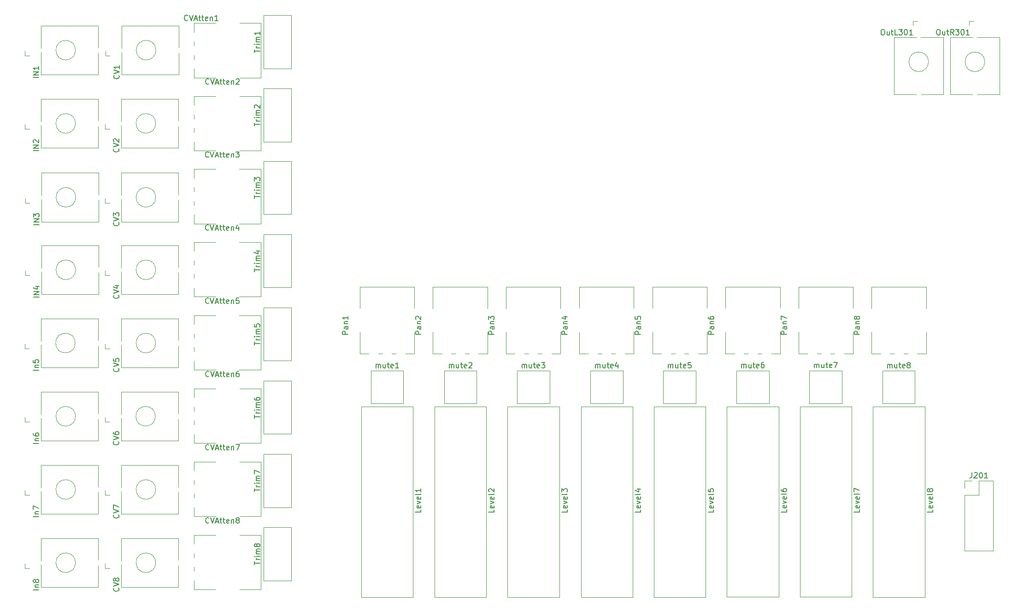
<source format=gbr>
%TF.GenerationSoftware,KiCad,Pcbnew,6.0.4-1.fc35*%
%TF.CreationDate,2022-05-28T16:25:33-04:00*%
%TF.ProjectId,kassuVCA,6b617373-7556-4434-912e-6b696361645f,rev?*%
%TF.SameCoordinates,Original*%
%TF.FileFunction,Legend,Top*%
%TF.FilePolarity,Positive*%
%FSLAX46Y46*%
G04 Gerber Fmt 4.6, Leading zero omitted, Abs format (unit mm)*
G04 Created by KiCad (PCBNEW 6.0.4-1.fc35) date 2022-05-28 16:25:33*
%MOMM*%
%LPD*%
G01*
G04 APERTURE LIST*
%ADD10C,0.150000*%
%ADD11C,0.120000*%
G04 APERTURE END LIST*
D10*
%TO.C,Level8*%
X192936580Y-116732666D02*
X192936580Y-117208857D01*
X191936580Y-117208857D01*
X192888961Y-116018380D02*
X192936580Y-116113619D01*
X192936580Y-116304095D01*
X192888961Y-116399333D01*
X192793723Y-116446952D01*
X192412771Y-116446952D01*
X192317533Y-116399333D01*
X192269914Y-116304095D01*
X192269914Y-116113619D01*
X192317533Y-116018380D01*
X192412771Y-115970761D01*
X192508009Y-115970761D01*
X192603247Y-116446952D01*
X192269914Y-115637428D02*
X192936580Y-115399333D01*
X192269914Y-115161238D01*
X192888961Y-114399333D02*
X192936580Y-114494571D01*
X192936580Y-114685047D01*
X192888961Y-114780285D01*
X192793723Y-114827904D01*
X192412771Y-114827904D01*
X192317533Y-114780285D01*
X192269914Y-114685047D01*
X192269914Y-114494571D01*
X192317533Y-114399333D01*
X192412771Y-114351714D01*
X192508009Y-114351714D01*
X192603247Y-114827904D01*
X192936580Y-113780285D02*
X192888961Y-113875523D01*
X192793723Y-113923142D01*
X191936580Y-113923142D01*
X192365152Y-113256476D02*
X192317533Y-113351714D01*
X192269914Y-113399333D01*
X192174676Y-113446952D01*
X192127057Y-113446952D01*
X192031819Y-113399333D01*
X191984200Y-113351714D01*
X191936580Y-113256476D01*
X191936580Y-113066000D01*
X191984200Y-112970761D01*
X192031819Y-112923142D01*
X192127057Y-112875523D01*
X192174676Y-112875523D01*
X192269914Y-112923142D01*
X192317533Y-112970761D01*
X192365152Y-113066000D01*
X192365152Y-113256476D01*
X192412771Y-113351714D01*
X192460390Y-113399333D01*
X192555628Y-113446952D01*
X192746104Y-113446952D01*
X192841342Y-113399333D01*
X192888961Y-113351714D01*
X192936580Y-113256476D01*
X192936580Y-113066000D01*
X192888961Y-112970761D01*
X192841342Y-112923142D01*
X192746104Y-112875523D01*
X192555628Y-112875523D01*
X192460390Y-112923142D01*
X192412771Y-112970761D01*
X192365152Y-113066000D01*
%TO.C,Level7*%
X179506580Y-116707266D02*
X179506580Y-117183457D01*
X178506580Y-117183457D01*
X179458961Y-115992980D02*
X179506580Y-116088219D01*
X179506580Y-116278695D01*
X179458961Y-116373933D01*
X179363723Y-116421552D01*
X178982771Y-116421552D01*
X178887533Y-116373933D01*
X178839914Y-116278695D01*
X178839914Y-116088219D01*
X178887533Y-115992980D01*
X178982771Y-115945361D01*
X179078009Y-115945361D01*
X179173247Y-116421552D01*
X178839914Y-115612028D02*
X179506580Y-115373933D01*
X178839914Y-115135838D01*
X179458961Y-114373933D02*
X179506580Y-114469171D01*
X179506580Y-114659647D01*
X179458961Y-114754885D01*
X179363723Y-114802504D01*
X178982771Y-114802504D01*
X178887533Y-114754885D01*
X178839914Y-114659647D01*
X178839914Y-114469171D01*
X178887533Y-114373933D01*
X178982771Y-114326314D01*
X179078009Y-114326314D01*
X179173247Y-114802504D01*
X179506580Y-113754885D02*
X179458961Y-113850123D01*
X179363723Y-113897742D01*
X178506580Y-113897742D01*
X178506580Y-113469171D02*
X178506580Y-112802504D01*
X179506580Y-113231076D01*
%TO.C,Level6*%
X166088780Y-116707266D02*
X166088780Y-117183457D01*
X165088780Y-117183457D01*
X166041161Y-115992980D02*
X166088780Y-116088219D01*
X166088780Y-116278695D01*
X166041161Y-116373933D01*
X165945923Y-116421552D01*
X165564971Y-116421552D01*
X165469733Y-116373933D01*
X165422114Y-116278695D01*
X165422114Y-116088219D01*
X165469733Y-115992980D01*
X165564971Y-115945361D01*
X165660209Y-115945361D01*
X165755447Y-116421552D01*
X165422114Y-115612028D02*
X166088780Y-115373933D01*
X165422114Y-115135838D01*
X166041161Y-114373933D02*
X166088780Y-114469171D01*
X166088780Y-114659647D01*
X166041161Y-114754885D01*
X165945923Y-114802504D01*
X165564971Y-114802504D01*
X165469733Y-114754885D01*
X165422114Y-114659647D01*
X165422114Y-114469171D01*
X165469733Y-114373933D01*
X165564971Y-114326314D01*
X165660209Y-114326314D01*
X165755447Y-114802504D01*
X166088780Y-113754885D02*
X166041161Y-113850123D01*
X165945923Y-113897742D01*
X165088780Y-113897742D01*
X165088780Y-112945361D02*
X165088780Y-113135838D01*
X165136400Y-113231076D01*
X165184019Y-113278695D01*
X165326876Y-113373933D01*
X165517352Y-113421552D01*
X165898304Y-113421552D01*
X165993542Y-113373933D01*
X166041161Y-113326314D01*
X166088780Y-113231076D01*
X166088780Y-113040600D01*
X166041161Y-112945361D01*
X165993542Y-112897742D01*
X165898304Y-112850123D01*
X165660209Y-112850123D01*
X165564971Y-112897742D01*
X165517352Y-112945361D01*
X165469733Y-113040600D01*
X165469733Y-113231076D01*
X165517352Y-113326314D01*
X165564971Y-113373933D01*
X165660209Y-113421552D01*
%TO.C,Level5*%
X152677580Y-116732666D02*
X152677580Y-117208857D01*
X151677580Y-117208857D01*
X152629961Y-116018380D02*
X152677580Y-116113619D01*
X152677580Y-116304095D01*
X152629961Y-116399333D01*
X152534723Y-116446952D01*
X152153771Y-116446952D01*
X152058533Y-116399333D01*
X152010914Y-116304095D01*
X152010914Y-116113619D01*
X152058533Y-116018380D01*
X152153771Y-115970761D01*
X152249009Y-115970761D01*
X152344247Y-116446952D01*
X152010914Y-115637428D02*
X152677580Y-115399333D01*
X152010914Y-115161238D01*
X152629961Y-114399333D02*
X152677580Y-114494571D01*
X152677580Y-114685047D01*
X152629961Y-114780285D01*
X152534723Y-114827904D01*
X152153771Y-114827904D01*
X152058533Y-114780285D01*
X152010914Y-114685047D01*
X152010914Y-114494571D01*
X152058533Y-114399333D01*
X152153771Y-114351714D01*
X152249009Y-114351714D01*
X152344247Y-114827904D01*
X152677580Y-113780285D02*
X152629961Y-113875523D01*
X152534723Y-113923142D01*
X151677580Y-113923142D01*
X151677580Y-112923142D02*
X151677580Y-113399333D01*
X152153771Y-113446952D01*
X152106152Y-113399333D01*
X152058533Y-113304095D01*
X152058533Y-113066000D01*
X152106152Y-112970761D01*
X152153771Y-112923142D01*
X152249009Y-112875523D01*
X152487104Y-112875523D01*
X152582342Y-112923142D01*
X152629961Y-112970761D01*
X152677580Y-113066000D01*
X152677580Y-113304095D01*
X152629961Y-113399333D01*
X152582342Y-113446952D01*
%TO.C,Level4*%
X139266380Y-116732666D02*
X139266380Y-117208857D01*
X138266380Y-117208857D01*
X139218761Y-116018380D02*
X139266380Y-116113619D01*
X139266380Y-116304095D01*
X139218761Y-116399333D01*
X139123523Y-116446952D01*
X138742571Y-116446952D01*
X138647333Y-116399333D01*
X138599714Y-116304095D01*
X138599714Y-116113619D01*
X138647333Y-116018380D01*
X138742571Y-115970761D01*
X138837809Y-115970761D01*
X138933047Y-116446952D01*
X138599714Y-115637428D02*
X139266380Y-115399333D01*
X138599714Y-115161238D01*
X139218761Y-114399333D02*
X139266380Y-114494571D01*
X139266380Y-114685047D01*
X139218761Y-114780285D01*
X139123523Y-114827904D01*
X138742571Y-114827904D01*
X138647333Y-114780285D01*
X138599714Y-114685047D01*
X138599714Y-114494571D01*
X138647333Y-114399333D01*
X138742571Y-114351714D01*
X138837809Y-114351714D01*
X138933047Y-114827904D01*
X139266380Y-113780285D02*
X139218761Y-113875523D01*
X139123523Y-113923142D01*
X138266380Y-113923142D01*
X138599714Y-112970761D02*
X139266380Y-112970761D01*
X138218761Y-113208857D02*
X138933047Y-113446952D01*
X138933047Y-112827904D01*
%TO.C,Level3*%
X125785580Y-116732666D02*
X125785580Y-117208857D01*
X124785580Y-117208857D01*
X125737961Y-116018380D02*
X125785580Y-116113619D01*
X125785580Y-116304095D01*
X125737961Y-116399333D01*
X125642723Y-116446952D01*
X125261771Y-116446952D01*
X125166533Y-116399333D01*
X125118914Y-116304095D01*
X125118914Y-116113619D01*
X125166533Y-116018380D01*
X125261771Y-115970761D01*
X125357009Y-115970761D01*
X125452247Y-116446952D01*
X125118914Y-115637428D02*
X125785580Y-115399333D01*
X125118914Y-115161238D01*
X125737961Y-114399333D02*
X125785580Y-114494571D01*
X125785580Y-114685047D01*
X125737961Y-114780285D01*
X125642723Y-114827904D01*
X125261771Y-114827904D01*
X125166533Y-114780285D01*
X125118914Y-114685047D01*
X125118914Y-114494571D01*
X125166533Y-114399333D01*
X125261771Y-114351714D01*
X125357009Y-114351714D01*
X125452247Y-114827904D01*
X125785580Y-113780285D02*
X125737961Y-113875523D01*
X125642723Y-113923142D01*
X124785580Y-113923142D01*
X124785580Y-113494571D02*
X124785580Y-112875523D01*
X125166533Y-113208857D01*
X125166533Y-113066000D01*
X125214152Y-112970761D01*
X125261771Y-112923142D01*
X125357009Y-112875523D01*
X125595104Y-112875523D01*
X125690342Y-112923142D01*
X125737961Y-112970761D01*
X125785580Y-113066000D01*
X125785580Y-113351714D01*
X125737961Y-113446952D01*
X125690342Y-113494571D01*
%TO.C,Level2*%
X112374380Y-116732666D02*
X112374380Y-117208857D01*
X111374380Y-117208857D01*
X112326761Y-116018380D02*
X112374380Y-116113619D01*
X112374380Y-116304095D01*
X112326761Y-116399333D01*
X112231523Y-116446952D01*
X111850571Y-116446952D01*
X111755333Y-116399333D01*
X111707714Y-116304095D01*
X111707714Y-116113619D01*
X111755333Y-116018380D01*
X111850571Y-115970761D01*
X111945809Y-115970761D01*
X112041047Y-116446952D01*
X111707714Y-115637428D02*
X112374380Y-115399333D01*
X111707714Y-115161238D01*
X112326761Y-114399333D02*
X112374380Y-114494571D01*
X112374380Y-114685047D01*
X112326761Y-114780285D01*
X112231523Y-114827904D01*
X111850571Y-114827904D01*
X111755333Y-114780285D01*
X111707714Y-114685047D01*
X111707714Y-114494571D01*
X111755333Y-114399333D01*
X111850571Y-114351714D01*
X111945809Y-114351714D01*
X112041047Y-114827904D01*
X112374380Y-113780285D02*
X112326761Y-113875523D01*
X112231523Y-113923142D01*
X111374380Y-113923142D01*
X111469619Y-113446952D02*
X111422000Y-113399333D01*
X111374380Y-113304095D01*
X111374380Y-113066000D01*
X111422000Y-112970761D01*
X111469619Y-112923142D01*
X111564857Y-112875523D01*
X111660095Y-112875523D01*
X111802952Y-112923142D01*
X112374380Y-113494571D01*
X112374380Y-112875523D01*
%TO.C,Level1*%
X98912380Y-116732666D02*
X98912380Y-117208857D01*
X97912380Y-117208857D01*
X98864761Y-116018380D02*
X98912380Y-116113619D01*
X98912380Y-116304095D01*
X98864761Y-116399333D01*
X98769523Y-116446952D01*
X98388571Y-116446952D01*
X98293333Y-116399333D01*
X98245714Y-116304095D01*
X98245714Y-116113619D01*
X98293333Y-116018380D01*
X98388571Y-115970761D01*
X98483809Y-115970761D01*
X98579047Y-116446952D01*
X98245714Y-115637428D02*
X98912380Y-115399333D01*
X98245714Y-115161238D01*
X98864761Y-114399333D02*
X98912380Y-114494571D01*
X98912380Y-114685047D01*
X98864761Y-114780285D01*
X98769523Y-114827904D01*
X98388571Y-114827904D01*
X98293333Y-114780285D01*
X98245714Y-114685047D01*
X98245714Y-114494571D01*
X98293333Y-114399333D01*
X98388571Y-114351714D01*
X98483809Y-114351714D01*
X98579047Y-114827904D01*
X98912380Y-113780285D02*
X98864761Y-113875523D01*
X98769523Y-113923142D01*
X97912380Y-113923142D01*
X98912380Y-112875523D02*
X98912380Y-113446952D01*
X98912380Y-113161238D02*
X97912380Y-113161238D01*
X98055238Y-113256476D01*
X98150476Y-113351714D01*
X98198095Y-113446952D01*
%TO.C,Trim8*%
X68332203Y-126848200D02*
X68332203Y-126276771D01*
X69332203Y-126562486D02*
X68332203Y-126562486D01*
X69332203Y-125943438D02*
X68665537Y-125943438D01*
X68856013Y-125943438D02*
X68760775Y-125895819D01*
X68713156Y-125848200D01*
X68665537Y-125752962D01*
X68665537Y-125657724D01*
X69332203Y-125324390D02*
X68665537Y-125324390D01*
X68332203Y-125324390D02*
X68379823Y-125372010D01*
X68427442Y-125324390D01*
X68379823Y-125276771D01*
X68332203Y-125324390D01*
X68427442Y-125324390D01*
X69332203Y-124848200D02*
X68665537Y-124848200D01*
X68760775Y-124848200D02*
X68713156Y-124800581D01*
X68665537Y-124705343D01*
X68665537Y-124562486D01*
X68713156Y-124467248D01*
X68808394Y-124419629D01*
X69332203Y-124419629D01*
X68808394Y-124419629D02*
X68713156Y-124372010D01*
X68665537Y-124276771D01*
X68665537Y-124133914D01*
X68713156Y-124038676D01*
X68808394Y-123991057D01*
X69332203Y-123991057D01*
X68760775Y-123372010D02*
X68713156Y-123467248D01*
X68665537Y-123514867D01*
X68570299Y-123562486D01*
X68522680Y-123562486D01*
X68427442Y-123514867D01*
X68379823Y-123467248D01*
X68332203Y-123372010D01*
X68332203Y-123181533D01*
X68379823Y-123086295D01*
X68427442Y-123038676D01*
X68522680Y-122991057D01*
X68570299Y-122991057D01*
X68665537Y-123038676D01*
X68713156Y-123086295D01*
X68760775Y-123181533D01*
X68760775Y-123372010D01*
X68808394Y-123467248D01*
X68856013Y-123514867D01*
X68951251Y-123562486D01*
X69141727Y-123562486D01*
X69236965Y-123514867D01*
X69284584Y-123467248D01*
X69332203Y-123372010D01*
X69332203Y-123181533D01*
X69284584Y-123086295D01*
X69236965Y-123038676D01*
X69141727Y-122991057D01*
X68951251Y-122991057D01*
X68856013Y-123038676D01*
X68808394Y-123086295D01*
X68760775Y-123181533D01*
%TO.C,Trim7*%
X68332203Y-113405872D02*
X68332203Y-112834443D01*
X69332203Y-113120158D02*
X68332203Y-113120158D01*
X69332203Y-112501110D02*
X68665537Y-112501110D01*
X68856013Y-112501110D02*
X68760775Y-112453491D01*
X68713156Y-112405872D01*
X68665537Y-112310634D01*
X68665537Y-112215396D01*
X69332203Y-111882062D02*
X68665537Y-111882062D01*
X68332203Y-111882062D02*
X68379823Y-111929682D01*
X68427442Y-111882062D01*
X68379823Y-111834443D01*
X68332203Y-111882062D01*
X68427442Y-111882062D01*
X69332203Y-111405872D02*
X68665537Y-111405872D01*
X68760775Y-111405872D02*
X68713156Y-111358253D01*
X68665537Y-111263015D01*
X68665537Y-111120158D01*
X68713156Y-111024920D01*
X68808394Y-110977301D01*
X69332203Y-110977301D01*
X68808394Y-110977301D02*
X68713156Y-110929682D01*
X68665537Y-110834443D01*
X68665537Y-110691586D01*
X68713156Y-110596348D01*
X68808394Y-110548729D01*
X69332203Y-110548729D01*
X68332203Y-110167777D02*
X68332203Y-109501110D01*
X69332203Y-109929682D01*
%TO.C,Trim6*%
X68305483Y-99921709D02*
X68305483Y-99350280D01*
X69305483Y-99635995D02*
X68305483Y-99635995D01*
X69305483Y-99016947D02*
X68638817Y-99016947D01*
X68829293Y-99016947D02*
X68734055Y-98969328D01*
X68686436Y-98921709D01*
X68638817Y-98826471D01*
X68638817Y-98731233D01*
X69305483Y-98397899D02*
X68638817Y-98397899D01*
X68305483Y-98397899D02*
X68353103Y-98445519D01*
X68400722Y-98397899D01*
X68353103Y-98350280D01*
X68305483Y-98397899D01*
X68400722Y-98397899D01*
X69305483Y-97921709D02*
X68638817Y-97921709D01*
X68734055Y-97921709D02*
X68686436Y-97874090D01*
X68638817Y-97778852D01*
X68638817Y-97635995D01*
X68686436Y-97540757D01*
X68781674Y-97493138D01*
X69305483Y-97493138D01*
X68781674Y-97493138D02*
X68686436Y-97445519D01*
X68638817Y-97350280D01*
X68638817Y-97207423D01*
X68686436Y-97112185D01*
X68781674Y-97064566D01*
X69305483Y-97064566D01*
X68305483Y-96159804D02*
X68305483Y-96350280D01*
X68353103Y-96445519D01*
X68400722Y-96493138D01*
X68543579Y-96588376D01*
X68734055Y-96635995D01*
X69115007Y-96635995D01*
X69210245Y-96588376D01*
X69257864Y-96540757D01*
X69305483Y-96445519D01*
X69305483Y-96255042D01*
X69257864Y-96159804D01*
X69210245Y-96112185D01*
X69115007Y-96064566D01*
X68876912Y-96064566D01*
X68781674Y-96112185D01*
X68734055Y-96159804D01*
X68686436Y-96255042D01*
X68686436Y-96445519D01*
X68734055Y-96540757D01*
X68781674Y-96588376D01*
X68876912Y-96635995D01*
%TO.C,Trim5*%
X68305483Y-86447147D02*
X68305483Y-85875718D01*
X69305483Y-86161433D02*
X68305483Y-86161433D01*
X69305483Y-85542385D02*
X68638817Y-85542385D01*
X68829293Y-85542385D02*
X68734055Y-85494766D01*
X68686436Y-85447147D01*
X68638817Y-85351909D01*
X68638817Y-85256671D01*
X69305483Y-84923337D02*
X68638817Y-84923337D01*
X68305483Y-84923337D02*
X68353103Y-84970957D01*
X68400722Y-84923337D01*
X68353103Y-84875718D01*
X68305483Y-84923337D01*
X68400722Y-84923337D01*
X69305483Y-84447147D02*
X68638817Y-84447147D01*
X68734055Y-84447147D02*
X68686436Y-84399528D01*
X68638817Y-84304290D01*
X68638817Y-84161433D01*
X68686436Y-84066195D01*
X68781674Y-84018576D01*
X69305483Y-84018576D01*
X68781674Y-84018576D02*
X68686436Y-83970957D01*
X68638817Y-83875718D01*
X68638817Y-83732861D01*
X68686436Y-83637623D01*
X68781674Y-83590004D01*
X69305483Y-83590004D01*
X68305483Y-82637623D02*
X68305483Y-83113814D01*
X68781674Y-83161433D01*
X68734055Y-83113814D01*
X68686436Y-83018576D01*
X68686436Y-82780480D01*
X68734055Y-82685242D01*
X68781674Y-82637623D01*
X68876912Y-82590004D01*
X69115007Y-82590004D01*
X69210245Y-82637623D01*
X69257864Y-82685242D01*
X69305483Y-82780480D01*
X69305483Y-83018576D01*
X69257864Y-83113814D01*
X69210245Y-83161433D01*
%TO.C,Trim4*%
X68309380Y-72969190D02*
X68309380Y-72397761D01*
X69309380Y-72683476D02*
X68309380Y-72683476D01*
X69309380Y-72064428D02*
X68642714Y-72064428D01*
X68833190Y-72064428D02*
X68737952Y-72016809D01*
X68690333Y-71969190D01*
X68642714Y-71873952D01*
X68642714Y-71778714D01*
X69309380Y-71445380D02*
X68642714Y-71445380D01*
X68309380Y-71445380D02*
X68357000Y-71493000D01*
X68404619Y-71445380D01*
X68357000Y-71397761D01*
X68309380Y-71445380D01*
X68404619Y-71445380D01*
X69309380Y-70969190D02*
X68642714Y-70969190D01*
X68737952Y-70969190D02*
X68690333Y-70921571D01*
X68642714Y-70826333D01*
X68642714Y-70683476D01*
X68690333Y-70588238D01*
X68785571Y-70540619D01*
X69309380Y-70540619D01*
X68785571Y-70540619D02*
X68690333Y-70493000D01*
X68642714Y-70397761D01*
X68642714Y-70254904D01*
X68690333Y-70159666D01*
X68785571Y-70112047D01*
X69309380Y-70112047D01*
X68642714Y-69207285D02*
X69309380Y-69207285D01*
X68261761Y-69445380D02*
X68976047Y-69683476D01*
X68976047Y-69064428D01*
%TO.C,Trim3*%
X68309380Y-59507190D02*
X68309380Y-58935761D01*
X69309380Y-59221476D02*
X68309380Y-59221476D01*
X69309380Y-58602428D02*
X68642714Y-58602428D01*
X68833190Y-58602428D02*
X68737952Y-58554809D01*
X68690333Y-58507190D01*
X68642714Y-58411952D01*
X68642714Y-58316714D01*
X69309380Y-57983380D02*
X68642714Y-57983380D01*
X68309380Y-57983380D02*
X68357000Y-58031000D01*
X68404619Y-57983380D01*
X68357000Y-57935761D01*
X68309380Y-57983380D01*
X68404619Y-57983380D01*
X69309380Y-57507190D02*
X68642714Y-57507190D01*
X68737952Y-57507190D02*
X68690333Y-57459571D01*
X68642714Y-57364333D01*
X68642714Y-57221476D01*
X68690333Y-57126238D01*
X68785571Y-57078619D01*
X69309380Y-57078619D01*
X68785571Y-57078619D02*
X68690333Y-57031000D01*
X68642714Y-56935761D01*
X68642714Y-56792904D01*
X68690333Y-56697666D01*
X68785571Y-56650047D01*
X69309380Y-56650047D01*
X68309380Y-56269095D02*
X68309380Y-55650047D01*
X68690333Y-55983380D01*
X68690333Y-55840523D01*
X68737952Y-55745285D01*
X68785571Y-55697666D01*
X68880809Y-55650047D01*
X69118904Y-55650047D01*
X69214142Y-55697666D01*
X69261761Y-55745285D01*
X69309380Y-55840523D01*
X69309380Y-56126238D01*
X69261761Y-56221476D01*
X69214142Y-56269095D01*
%TO.C,Trim2*%
X68309380Y-46172190D02*
X68309380Y-45600761D01*
X69309380Y-45886476D02*
X68309380Y-45886476D01*
X69309380Y-45267428D02*
X68642714Y-45267428D01*
X68833190Y-45267428D02*
X68737952Y-45219809D01*
X68690333Y-45172190D01*
X68642714Y-45076952D01*
X68642714Y-44981714D01*
X69309380Y-44648380D02*
X68642714Y-44648380D01*
X68309380Y-44648380D02*
X68357000Y-44696000D01*
X68404619Y-44648380D01*
X68357000Y-44600761D01*
X68309380Y-44648380D01*
X68404619Y-44648380D01*
X69309380Y-44172190D02*
X68642714Y-44172190D01*
X68737952Y-44172190D02*
X68690333Y-44124571D01*
X68642714Y-44029333D01*
X68642714Y-43886476D01*
X68690333Y-43791238D01*
X68785571Y-43743619D01*
X69309380Y-43743619D01*
X68785571Y-43743619D02*
X68690333Y-43696000D01*
X68642714Y-43600761D01*
X68642714Y-43457904D01*
X68690333Y-43362666D01*
X68785571Y-43315047D01*
X69309380Y-43315047D01*
X68404619Y-42886476D02*
X68357000Y-42838857D01*
X68309380Y-42743619D01*
X68309380Y-42505523D01*
X68357000Y-42410285D01*
X68404619Y-42362666D01*
X68499857Y-42315047D01*
X68595095Y-42315047D01*
X68737952Y-42362666D01*
X69309380Y-42934095D01*
X69309380Y-42315047D01*
%TO.C,Trim1*%
X68309380Y-32710190D02*
X68309380Y-32138761D01*
X69309380Y-32424476D02*
X68309380Y-32424476D01*
X69309380Y-31805428D02*
X68642714Y-31805428D01*
X68833190Y-31805428D02*
X68737952Y-31757809D01*
X68690333Y-31710190D01*
X68642714Y-31614952D01*
X68642714Y-31519714D01*
X69309380Y-31186380D02*
X68642714Y-31186380D01*
X68309380Y-31186380D02*
X68357000Y-31234000D01*
X68404619Y-31186380D01*
X68357000Y-31138761D01*
X68309380Y-31186380D01*
X68404619Y-31186380D01*
X69309380Y-30710190D02*
X68642714Y-30710190D01*
X68737952Y-30710190D02*
X68690333Y-30662571D01*
X68642714Y-30567333D01*
X68642714Y-30424476D01*
X68690333Y-30329238D01*
X68785571Y-30281619D01*
X69309380Y-30281619D01*
X68785571Y-30281619D02*
X68690333Y-30234000D01*
X68642714Y-30138761D01*
X68642714Y-29995904D01*
X68690333Y-29900666D01*
X68785571Y-29853047D01*
X69309380Y-29853047D01*
X69309380Y-28853047D02*
X69309380Y-29424476D01*
X69309380Y-29138761D02*
X68309380Y-29138761D01*
X68452238Y-29234000D01*
X68547476Y-29329238D01*
X68595095Y-29424476D01*
%TO.C,Pan8*%
X179517780Y-84497657D02*
X178517780Y-84497657D01*
X178517780Y-84116704D01*
X178565400Y-84021466D01*
X178613019Y-83973847D01*
X178708257Y-83926228D01*
X178851114Y-83926228D01*
X178946352Y-83973847D01*
X178993971Y-84021466D01*
X179041590Y-84116704D01*
X179041590Y-84497657D01*
X179517780Y-83069085D02*
X178993971Y-83069085D01*
X178898733Y-83116704D01*
X178851114Y-83211942D01*
X178851114Y-83402419D01*
X178898733Y-83497657D01*
X179470161Y-83069085D02*
X179517780Y-83164323D01*
X179517780Y-83402419D01*
X179470161Y-83497657D01*
X179374923Y-83545276D01*
X179279685Y-83545276D01*
X179184447Y-83497657D01*
X179136828Y-83402419D01*
X179136828Y-83164323D01*
X179089209Y-83069085D01*
X178851114Y-82592895D02*
X179517780Y-82592895D01*
X178946352Y-82592895D02*
X178898733Y-82545276D01*
X178851114Y-82450038D01*
X178851114Y-82307180D01*
X178898733Y-82211942D01*
X178993971Y-82164323D01*
X179517780Y-82164323D01*
X178946352Y-81545276D02*
X178898733Y-81640514D01*
X178851114Y-81688133D01*
X178755876Y-81735752D01*
X178708257Y-81735752D01*
X178613019Y-81688133D01*
X178565400Y-81640514D01*
X178517780Y-81545276D01*
X178517780Y-81354800D01*
X178565400Y-81259561D01*
X178613019Y-81211942D01*
X178708257Y-81164323D01*
X178755876Y-81164323D01*
X178851114Y-81211942D01*
X178898733Y-81259561D01*
X178946352Y-81354800D01*
X178946352Y-81545276D01*
X178993971Y-81640514D01*
X179041590Y-81688133D01*
X179136828Y-81735752D01*
X179327304Y-81735752D01*
X179422542Y-81688133D01*
X179470161Y-81640514D01*
X179517780Y-81545276D01*
X179517780Y-81354800D01*
X179470161Y-81259561D01*
X179422542Y-81211942D01*
X179327304Y-81164323D01*
X179136828Y-81164323D01*
X179041590Y-81211942D01*
X178993971Y-81259561D01*
X178946352Y-81354800D01*
%TO.C,Pan7*%
X166121180Y-84492857D02*
X165121180Y-84492857D01*
X165121180Y-84111904D01*
X165168800Y-84016666D01*
X165216419Y-83969047D01*
X165311657Y-83921428D01*
X165454514Y-83921428D01*
X165549752Y-83969047D01*
X165597371Y-84016666D01*
X165644990Y-84111904D01*
X165644990Y-84492857D01*
X166121180Y-83064285D02*
X165597371Y-83064285D01*
X165502133Y-83111904D01*
X165454514Y-83207142D01*
X165454514Y-83397619D01*
X165502133Y-83492857D01*
X166073561Y-83064285D02*
X166121180Y-83159523D01*
X166121180Y-83397619D01*
X166073561Y-83492857D01*
X165978323Y-83540476D01*
X165883085Y-83540476D01*
X165787847Y-83492857D01*
X165740228Y-83397619D01*
X165740228Y-83159523D01*
X165692609Y-83064285D01*
X165454514Y-82588095D02*
X166121180Y-82588095D01*
X165549752Y-82588095D02*
X165502133Y-82540476D01*
X165454514Y-82445238D01*
X165454514Y-82302380D01*
X165502133Y-82207142D01*
X165597371Y-82159523D01*
X166121180Y-82159523D01*
X165121180Y-81778571D02*
X165121180Y-81111904D01*
X166121180Y-81540476D01*
%TO.C,Pan6*%
X152709980Y-84492857D02*
X151709980Y-84492857D01*
X151709980Y-84111904D01*
X151757600Y-84016666D01*
X151805219Y-83969047D01*
X151900457Y-83921428D01*
X152043314Y-83921428D01*
X152138552Y-83969047D01*
X152186171Y-84016666D01*
X152233790Y-84111904D01*
X152233790Y-84492857D01*
X152709980Y-83064285D02*
X152186171Y-83064285D01*
X152090933Y-83111904D01*
X152043314Y-83207142D01*
X152043314Y-83397619D01*
X152090933Y-83492857D01*
X152662361Y-83064285D02*
X152709980Y-83159523D01*
X152709980Y-83397619D01*
X152662361Y-83492857D01*
X152567123Y-83540476D01*
X152471885Y-83540476D01*
X152376647Y-83492857D01*
X152329028Y-83397619D01*
X152329028Y-83159523D01*
X152281409Y-83064285D01*
X152043314Y-82588095D02*
X152709980Y-82588095D01*
X152138552Y-82588095D02*
X152090933Y-82540476D01*
X152043314Y-82445238D01*
X152043314Y-82302380D01*
X152090933Y-82207142D01*
X152186171Y-82159523D01*
X152709980Y-82159523D01*
X151709980Y-81254761D02*
X151709980Y-81445238D01*
X151757600Y-81540476D01*
X151805219Y-81588095D01*
X151948076Y-81683333D01*
X152138552Y-81730952D01*
X152519504Y-81730952D01*
X152614742Y-81683333D01*
X152662361Y-81635714D01*
X152709980Y-81540476D01*
X152709980Y-81350000D01*
X152662361Y-81254761D01*
X152614742Y-81207142D01*
X152519504Y-81159523D01*
X152281409Y-81159523D01*
X152186171Y-81207142D01*
X152138552Y-81254761D01*
X152090933Y-81350000D01*
X152090933Y-81540476D01*
X152138552Y-81635714D01*
X152186171Y-81683333D01*
X152281409Y-81730952D01*
%TO.C,Pan5*%
X139284180Y-84492857D02*
X138284180Y-84492857D01*
X138284180Y-84111904D01*
X138331800Y-84016666D01*
X138379419Y-83969047D01*
X138474657Y-83921428D01*
X138617514Y-83921428D01*
X138712752Y-83969047D01*
X138760371Y-84016666D01*
X138807990Y-84111904D01*
X138807990Y-84492857D01*
X139284180Y-83064285D02*
X138760371Y-83064285D01*
X138665133Y-83111904D01*
X138617514Y-83207142D01*
X138617514Y-83397619D01*
X138665133Y-83492857D01*
X139236561Y-83064285D02*
X139284180Y-83159523D01*
X139284180Y-83397619D01*
X139236561Y-83492857D01*
X139141323Y-83540476D01*
X139046085Y-83540476D01*
X138950847Y-83492857D01*
X138903228Y-83397619D01*
X138903228Y-83159523D01*
X138855609Y-83064285D01*
X138617514Y-82588095D02*
X139284180Y-82588095D01*
X138712752Y-82588095D02*
X138665133Y-82540476D01*
X138617514Y-82445238D01*
X138617514Y-82302380D01*
X138665133Y-82207142D01*
X138760371Y-82159523D01*
X139284180Y-82159523D01*
X138284180Y-81207142D02*
X138284180Y-81683333D01*
X138760371Y-81730952D01*
X138712752Y-81683333D01*
X138665133Y-81588095D01*
X138665133Y-81350000D01*
X138712752Y-81254761D01*
X138760371Y-81207142D01*
X138855609Y-81159523D01*
X139093704Y-81159523D01*
X139188942Y-81207142D01*
X139236561Y-81254761D01*
X139284180Y-81350000D01*
X139284180Y-81588095D01*
X139236561Y-81683333D01*
X139188942Y-81730952D01*
%TO.C,Pan4*%
X125811380Y-84492857D02*
X124811380Y-84492857D01*
X124811380Y-84111904D01*
X124859000Y-84016666D01*
X124906619Y-83969047D01*
X125001857Y-83921428D01*
X125144714Y-83921428D01*
X125239952Y-83969047D01*
X125287571Y-84016666D01*
X125335190Y-84111904D01*
X125335190Y-84492857D01*
X125811380Y-83064285D02*
X125287571Y-83064285D01*
X125192333Y-83111904D01*
X125144714Y-83207142D01*
X125144714Y-83397619D01*
X125192333Y-83492857D01*
X125763761Y-83064285D02*
X125811380Y-83159523D01*
X125811380Y-83397619D01*
X125763761Y-83492857D01*
X125668523Y-83540476D01*
X125573285Y-83540476D01*
X125478047Y-83492857D01*
X125430428Y-83397619D01*
X125430428Y-83159523D01*
X125382809Y-83064285D01*
X125144714Y-82588095D02*
X125811380Y-82588095D01*
X125239952Y-82588095D02*
X125192333Y-82540476D01*
X125144714Y-82445238D01*
X125144714Y-82302380D01*
X125192333Y-82207142D01*
X125287571Y-82159523D01*
X125811380Y-82159523D01*
X125144714Y-81254761D02*
X125811380Y-81254761D01*
X124763761Y-81492857D02*
X125478047Y-81730952D01*
X125478047Y-81111904D01*
%TO.C,Pan3*%
X112360180Y-84497657D02*
X111360180Y-84497657D01*
X111360180Y-84116704D01*
X111407800Y-84021466D01*
X111455419Y-83973847D01*
X111550657Y-83926228D01*
X111693514Y-83926228D01*
X111788752Y-83973847D01*
X111836371Y-84021466D01*
X111883990Y-84116704D01*
X111883990Y-84497657D01*
X112360180Y-83069085D02*
X111836371Y-83069085D01*
X111741133Y-83116704D01*
X111693514Y-83211942D01*
X111693514Y-83402419D01*
X111741133Y-83497657D01*
X112312561Y-83069085D02*
X112360180Y-83164323D01*
X112360180Y-83402419D01*
X112312561Y-83497657D01*
X112217323Y-83545276D01*
X112122085Y-83545276D01*
X112026847Y-83497657D01*
X111979228Y-83402419D01*
X111979228Y-83164323D01*
X111931609Y-83069085D01*
X111693514Y-82592895D02*
X112360180Y-82592895D01*
X111788752Y-82592895D02*
X111741133Y-82545276D01*
X111693514Y-82450038D01*
X111693514Y-82307180D01*
X111741133Y-82211942D01*
X111836371Y-82164323D01*
X112360180Y-82164323D01*
X111360180Y-81783371D02*
X111360180Y-81164323D01*
X111741133Y-81497657D01*
X111741133Y-81354800D01*
X111788752Y-81259561D01*
X111836371Y-81211942D01*
X111931609Y-81164323D01*
X112169704Y-81164323D01*
X112264942Y-81211942D01*
X112312561Y-81259561D01*
X112360180Y-81354800D01*
X112360180Y-81640514D01*
X112312561Y-81735752D01*
X112264942Y-81783371D01*
%TO.C,Pan2*%
X98923580Y-84497657D02*
X97923580Y-84497657D01*
X97923580Y-84116704D01*
X97971200Y-84021466D01*
X98018819Y-83973847D01*
X98114057Y-83926228D01*
X98256914Y-83926228D01*
X98352152Y-83973847D01*
X98399771Y-84021466D01*
X98447390Y-84116704D01*
X98447390Y-84497657D01*
X98923580Y-83069085D02*
X98399771Y-83069085D01*
X98304533Y-83116704D01*
X98256914Y-83211942D01*
X98256914Y-83402419D01*
X98304533Y-83497657D01*
X98875961Y-83069085D02*
X98923580Y-83164323D01*
X98923580Y-83402419D01*
X98875961Y-83497657D01*
X98780723Y-83545276D01*
X98685485Y-83545276D01*
X98590247Y-83497657D01*
X98542628Y-83402419D01*
X98542628Y-83164323D01*
X98495009Y-83069085D01*
X98256914Y-82592895D02*
X98923580Y-82592895D01*
X98352152Y-82592895D02*
X98304533Y-82545276D01*
X98256914Y-82450038D01*
X98256914Y-82307180D01*
X98304533Y-82211942D01*
X98399771Y-82164323D01*
X98923580Y-82164323D01*
X98018819Y-81735752D02*
X97971200Y-81688133D01*
X97923580Y-81592895D01*
X97923580Y-81354800D01*
X97971200Y-81259561D01*
X98018819Y-81211942D01*
X98114057Y-81164323D01*
X98209295Y-81164323D01*
X98352152Y-81211942D01*
X98923580Y-81783371D01*
X98923580Y-81164323D01*
%TO.C,Pan1*%
X85512380Y-84492857D02*
X84512380Y-84492857D01*
X84512380Y-84111904D01*
X84560000Y-84016666D01*
X84607619Y-83969047D01*
X84702857Y-83921428D01*
X84845714Y-83921428D01*
X84940952Y-83969047D01*
X84988571Y-84016666D01*
X85036190Y-84111904D01*
X85036190Y-84492857D01*
X85512380Y-83064285D02*
X84988571Y-83064285D01*
X84893333Y-83111904D01*
X84845714Y-83207142D01*
X84845714Y-83397619D01*
X84893333Y-83492857D01*
X85464761Y-83064285D02*
X85512380Y-83159523D01*
X85512380Y-83397619D01*
X85464761Y-83492857D01*
X85369523Y-83540476D01*
X85274285Y-83540476D01*
X85179047Y-83492857D01*
X85131428Y-83397619D01*
X85131428Y-83159523D01*
X85083809Y-83064285D01*
X84845714Y-82588095D02*
X85512380Y-82588095D01*
X84940952Y-82588095D02*
X84893333Y-82540476D01*
X84845714Y-82445238D01*
X84845714Y-82302380D01*
X84893333Y-82207142D01*
X84988571Y-82159523D01*
X85512380Y-82159523D01*
X85512380Y-81159523D02*
X85512380Y-81730952D01*
X85512380Y-81445238D02*
X84512380Y-81445238D01*
X84655238Y-81540476D01*
X84750476Y-81635714D01*
X84798095Y-81730952D01*
%TO.C,OutR301*%
X193907095Y-28445380D02*
X194097571Y-28445380D01*
X194192809Y-28493000D01*
X194288047Y-28588238D01*
X194335666Y-28778714D01*
X194335666Y-29112047D01*
X194288047Y-29302523D01*
X194192809Y-29397761D01*
X194097571Y-29445380D01*
X193907095Y-29445380D01*
X193811857Y-29397761D01*
X193716619Y-29302523D01*
X193669000Y-29112047D01*
X193669000Y-28778714D01*
X193716619Y-28588238D01*
X193811857Y-28493000D01*
X193907095Y-28445380D01*
X195192809Y-28778714D02*
X195192809Y-29445380D01*
X194764238Y-28778714D02*
X194764238Y-29302523D01*
X194811857Y-29397761D01*
X194907095Y-29445380D01*
X195049952Y-29445380D01*
X195145190Y-29397761D01*
X195192809Y-29350142D01*
X195526142Y-28778714D02*
X195907095Y-28778714D01*
X195669000Y-28445380D02*
X195669000Y-29302523D01*
X195716619Y-29397761D01*
X195811857Y-29445380D01*
X195907095Y-29445380D01*
X196811857Y-29445380D02*
X196478523Y-28969190D01*
X196240428Y-29445380D02*
X196240428Y-28445380D01*
X196621380Y-28445380D01*
X196716619Y-28493000D01*
X196764238Y-28540619D01*
X196811857Y-28635857D01*
X196811857Y-28778714D01*
X196764238Y-28873952D01*
X196716619Y-28921571D01*
X196621380Y-28969190D01*
X196240428Y-28969190D01*
X197145190Y-28445380D02*
X197764238Y-28445380D01*
X197430904Y-28826333D01*
X197573761Y-28826333D01*
X197669000Y-28873952D01*
X197716619Y-28921571D01*
X197764238Y-29016809D01*
X197764238Y-29254904D01*
X197716619Y-29350142D01*
X197669000Y-29397761D01*
X197573761Y-29445380D01*
X197288047Y-29445380D01*
X197192809Y-29397761D01*
X197145190Y-29350142D01*
X198383285Y-28445380D02*
X198478523Y-28445380D01*
X198573761Y-28493000D01*
X198621380Y-28540619D01*
X198669000Y-28635857D01*
X198716619Y-28826333D01*
X198716619Y-29064428D01*
X198669000Y-29254904D01*
X198621380Y-29350142D01*
X198573761Y-29397761D01*
X198478523Y-29445380D01*
X198383285Y-29445380D01*
X198288047Y-29397761D01*
X198240428Y-29350142D01*
X198192809Y-29254904D01*
X198145190Y-29064428D01*
X198145190Y-28826333D01*
X198192809Y-28635857D01*
X198240428Y-28540619D01*
X198288047Y-28493000D01*
X198383285Y-28445380D01*
X199669000Y-29445380D02*
X199097571Y-29445380D01*
X199383285Y-29445380D02*
X199383285Y-28445380D01*
X199288047Y-28588238D01*
X199192809Y-28683476D01*
X199097571Y-28731095D01*
%TO.C,OutL301*%
X183676333Y-28445380D02*
X183866809Y-28445380D01*
X183962047Y-28493000D01*
X184057285Y-28588238D01*
X184104904Y-28778714D01*
X184104904Y-29112047D01*
X184057285Y-29302523D01*
X183962047Y-29397761D01*
X183866809Y-29445380D01*
X183676333Y-29445380D01*
X183581095Y-29397761D01*
X183485857Y-29302523D01*
X183438238Y-29112047D01*
X183438238Y-28778714D01*
X183485857Y-28588238D01*
X183581095Y-28493000D01*
X183676333Y-28445380D01*
X184962047Y-28778714D02*
X184962047Y-29445380D01*
X184533476Y-28778714D02*
X184533476Y-29302523D01*
X184581095Y-29397761D01*
X184676333Y-29445380D01*
X184819190Y-29445380D01*
X184914428Y-29397761D01*
X184962047Y-29350142D01*
X185295380Y-28778714D02*
X185676333Y-28778714D01*
X185438238Y-28445380D02*
X185438238Y-29302523D01*
X185485857Y-29397761D01*
X185581095Y-29445380D01*
X185676333Y-29445380D01*
X186485857Y-29445380D02*
X186009666Y-29445380D01*
X186009666Y-28445380D01*
X186723952Y-28445380D02*
X187343000Y-28445380D01*
X187009666Y-28826333D01*
X187152523Y-28826333D01*
X187247761Y-28873952D01*
X187295380Y-28921571D01*
X187343000Y-29016809D01*
X187343000Y-29254904D01*
X187295380Y-29350142D01*
X187247761Y-29397761D01*
X187152523Y-29445380D01*
X186866809Y-29445380D01*
X186771571Y-29397761D01*
X186723952Y-29350142D01*
X187962047Y-28445380D02*
X188057285Y-28445380D01*
X188152523Y-28493000D01*
X188200142Y-28540619D01*
X188247761Y-28635857D01*
X188295380Y-28826333D01*
X188295380Y-29064428D01*
X188247761Y-29254904D01*
X188200142Y-29350142D01*
X188152523Y-29397761D01*
X188057285Y-29445380D01*
X187962047Y-29445380D01*
X187866809Y-29397761D01*
X187819190Y-29350142D01*
X187771571Y-29254904D01*
X187723952Y-29064428D01*
X187723952Y-28826333D01*
X187771571Y-28635857D01*
X187819190Y-28540619D01*
X187866809Y-28493000D01*
X187962047Y-28445380D01*
X189247761Y-29445380D02*
X188676333Y-29445380D01*
X188962047Y-29445380D02*
X188962047Y-28445380D01*
X188866809Y-28588238D01*
X188771571Y-28683476D01*
X188676333Y-28731095D01*
%TO.C,mute8*%
X184618571Y-90671580D02*
X184618571Y-90004914D01*
X184618571Y-90100152D02*
X184666190Y-90052533D01*
X184761428Y-90004914D01*
X184904285Y-90004914D01*
X184999523Y-90052533D01*
X185047142Y-90147771D01*
X185047142Y-90671580D01*
X185047142Y-90147771D02*
X185094761Y-90052533D01*
X185190000Y-90004914D01*
X185332857Y-90004914D01*
X185428095Y-90052533D01*
X185475714Y-90147771D01*
X185475714Y-90671580D01*
X186380476Y-90004914D02*
X186380476Y-90671580D01*
X185951904Y-90004914D02*
X185951904Y-90528723D01*
X185999523Y-90623961D01*
X186094761Y-90671580D01*
X186237619Y-90671580D01*
X186332857Y-90623961D01*
X186380476Y-90576342D01*
X186713809Y-90004914D02*
X187094761Y-90004914D01*
X186856666Y-89671580D02*
X186856666Y-90528723D01*
X186904285Y-90623961D01*
X186999523Y-90671580D01*
X187094761Y-90671580D01*
X187809047Y-90623961D02*
X187713809Y-90671580D01*
X187523333Y-90671580D01*
X187428095Y-90623961D01*
X187380476Y-90528723D01*
X187380476Y-90147771D01*
X187428095Y-90052533D01*
X187523333Y-90004914D01*
X187713809Y-90004914D01*
X187809047Y-90052533D01*
X187856666Y-90147771D01*
X187856666Y-90243009D01*
X187380476Y-90338247D01*
X188428095Y-90100152D02*
X188332857Y-90052533D01*
X188285238Y-90004914D01*
X188237619Y-89909676D01*
X188237619Y-89862057D01*
X188285238Y-89766819D01*
X188332857Y-89719200D01*
X188428095Y-89671580D01*
X188618571Y-89671580D01*
X188713809Y-89719200D01*
X188761428Y-89766819D01*
X188809047Y-89862057D01*
X188809047Y-89909676D01*
X188761428Y-90004914D01*
X188713809Y-90052533D01*
X188618571Y-90100152D01*
X188428095Y-90100152D01*
X188332857Y-90147771D01*
X188285238Y-90195390D01*
X188237619Y-90290628D01*
X188237619Y-90481104D01*
X188285238Y-90576342D01*
X188332857Y-90623961D01*
X188428095Y-90671580D01*
X188618571Y-90671580D01*
X188713809Y-90623961D01*
X188761428Y-90576342D01*
X188809047Y-90481104D01*
X188809047Y-90290628D01*
X188761428Y-90195390D01*
X188713809Y-90147771D01*
X188618571Y-90100152D01*
%TO.C,mute7*%
X171207371Y-90635580D02*
X171207371Y-89968914D01*
X171207371Y-90064152D02*
X171254990Y-90016533D01*
X171350228Y-89968914D01*
X171493085Y-89968914D01*
X171588323Y-90016533D01*
X171635942Y-90111771D01*
X171635942Y-90635580D01*
X171635942Y-90111771D02*
X171683561Y-90016533D01*
X171778800Y-89968914D01*
X171921657Y-89968914D01*
X172016895Y-90016533D01*
X172064514Y-90111771D01*
X172064514Y-90635580D01*
X172969276Y-89968914D02*
X172969276Y-90635580D01*
X172540704Y-89968914D02*
X172540704Y-90492723D01*
X172588323Y-90587961D01*
X172683561Y-90635580D01*
X172826419Y-90635580D01*
X172921657Y-90587961D01*
X172969276Y-90540342D01*
X173302609Y-89968914D02*
X173683561Y-89968914D01*
X173445466Y-89635580D02*
X173445466Y-90492723D01*
X173493085Y-90587961D01*
X173588323Y-90635580D01*
X173683561Y-90635580D01*
X174397847Y-90587961D02*
X174302609Y-90635580D01*
X174112133Y-90635580D01*
X174016895Y-90587961D01*
X173969276Y-90492723D01*
X173969276Y-90111771D01*
X174016895Y-90016533D01*
X174112133Y-89968914D01*
X174302609Y-89968914D01*
X174397847Y-90016533D01*
X174445466Y-90111771D01*
X174445466Y-90207009D01*
X173969276Y-90302247D01*
X174778800Y-89635580D02*
X175445466Y-89635580D01*
X175016895Y-90635580D01*
%TO.C,mute6*%
X157796171Y-90646180D02*
X157796171Y-89979514D01*
X157796171Y-90074752D02*
X157843790Y-90027133D01*
X157939028Y-89979514D01*
X158081885Y-89979514D01*
X158177123Y-90027133D01*
X158224742Y-90122371D01*
X158224742Y-90646180D01*
X158224742Y-90122371D02*
X158272361Y-90027133D01*
X158367600Y-89979514D01*
X158510457Y-89979514D01*
X158605695Y-90027133D01*
X158653314Y-90122371D01*
X158653314Y-90646180D01*
X159558076Y-89979514D02*
X159558076Y-90646180D01*
X159129504Y-89979514D02*
X159129504Y-90503323D01*
X159177123Y-90598561D01*
X159272361Y-90646180D01*
X159415219Y-90646180D01*
X159510457Y-90598561D01*
X159558076Y-90550942D01*
X159891409Y-89979514D02*
X160272361Y-89979514D01*
X160034266Y-89646180D02*
X160034266Y-90503323D01*
X160081885Y-90598561D01*
X160177123Y-90646180D01*
X160272361Y-90646180D01*
X160986647Y-90598561D02*
X160891409Y-90646180D01*
X160700933Y-90646180D01*
X160605695Y-90598561D01*
X160558076Y-90503323D01*
X160558076Y-90122371D01*
X160605695Y-90027133D01*
X160700933Y-89979514D01*
X160891409Y-89979514D01*
X160986647Y-90027133D01*
X161034266Y-90122371D01*
X161034266Y-90217609D01*
X160558076Y-90312847D01*
X161891409Y-89646180D02*
X161700933Y-89646180D01*
X161605695Y-89693800D01*
X161558076Y-89741419D01*
X161462838Y-89884276D01*
X161415219Y-90074752D01*
X161415219Y-90455704D01*
X161462838Y-90550942D01*
X161510457Y-90598561D01*
X161605695Y-90646180D01*
X161796171Y-90646180D01*
X161891409Y-90598561D01*
X161939028Y-90550942D01*
X161986647Y-90455704D01*
X161986647Y-90217609D01*
X161939028Y-90122371D01*
X161891409Y-90074752D01*
X161796171Y-90027133D01*
X161605695Y-90027133D01*
X161510457Y-90074752D01*
X161462838Y-90122371D01*
X161415219Y-90217609D01*
%TO.C,mute5*%
X144359571Y-90671580D02*
X144359571Y-90004914D01*
X144359571Y-90100152D02*
X144407190Y-90052533D01*
X144502428Y-90004914D01*
X144645285Y-90004914D01*
X144740523Y-90052533D01*
X144788142Y-90147771D01*
X144788142Y-90671580D01*
X144788142Y-90147771D02*
X144835761Y-90052533D01*
X144931000Y-90004914D01*
X145073857Y-90004914D01*
X145169095Y-90052533D01*
X145216714Y-90147771D01*
X145216714Y-90671580D01*
X146121476Y-90004914D02*
X146121476Y-90671580D01*
X145692904Y-90004914D02*
X145692904Y-90528723D01*
X145740523Y-90623961D01*
X145835761Y-90671580D01*
X145978619Y-90671580D01*
X146073857Y-90623961D01*
X146121476Y-90576342D01*
X146454809Y-90004914D02*
X146835761Y-90004914D01*
X146597666Y-89671580D02*
X146597666Y-90528723D01*
X146645285Y-90623961D01*
X146740523Y-90671580D01*
X146835761Y-90671580D01*
X147550047Y-90623961D02*
X147454809Y-90671580D01*
X147264333Y-90671580D01*
X147169095Y-90623961D01*
X147121476Y-90528723D01*
X147121476Y-90147771D01*
X147169095Y-90052533D01*
X147264333Y-90004914D01*
X147454809Y-90004914D01*
X147550047Y-90052533D01*
X147597666Y-90147771D01*
X147597666Y-90243009D01*
X147121476Y-90338247D01*
X148502428Y-89671580D02*
X148026238Y-89671580D01*
X147978619Y-90147771D01*
X148026238Y-90100152D01*
X148121476Y-90052533D01*
X148359571Y-90052533D01*
X148454809Y-90100152D01*
X148502428Y-90147771D01*
X148550047Y-90243009D01*
X148550047Y-90481104D01*
X148502428Y-90576342D01*
X148454809Y-90623961D01*
X148359571Y-90671580D01*
X148121476Y-90671580D01*
X148026238Y-90623961D01*
X147978619Y-90576342D01*
%TO.C,mute4*%
X130999171Y-90660980D02*
X130999171Y-89994314D01*
X130999171Y-90089552D02*
X131046790Y-90041933D01*
X131142028Y-89994314D01*
X131284885Y-89994314D01*
X131380123Y-90041933D01*
X131427742Y-90137171D01*
X131427742Y-90660980D01*
X131427742Y-90137171D02*
X131475361Y-90041933D01*
X131570600Y-89994314D01*
X131713457Y-89994314D01*
X131808695Y-90041933D01*
X131856314Y-90137171D01*
X131856314Y-90660980D01*
X132761076Y-89994314D02*
X132761076Y-90660980D01*
X132332504Y-89994314D02*
X132332504Y-90518123D01*
X132380123Y-90613361D01*
X132475361Y-90660980D01*
X132618219Y-90660980D01*
X132713457Y-90613361D01*
X132761076Y-90565742D01*
X133094409Y-89994314D02*
X133475361Y-89994314D01*
X133237266Y-89660980D02*
X133237266Y-90518123D01*
X133284885Y-90613361D01*
X133380123Y-90660980D01*
X133475361Y-90660980D01*
X134189647Y-90613361D02*
X134094409Y-90660980D01*
X133903933Y-90660980D01*
X133808695Y-90613361D01*
X133761076Y-90518123D01*
X133761076Y-90137171D01*
X133808695Y-90041933D01*
X133903933Y-89994314D01*
X134094409Y-89994314D01*
X134189647Y-90041933D01*
X134237266Y-90137171D01*
X134237266Y-90232409D01*
X133761076Y-90327647D01*
X135094409Y-89994314D02*
X135094409Y-90660980D01*
X134856314Y-89613361D02*
X134618219Y-90327647D01*
X135237266Y-90327647D01*
%TO.C,mute3*%
X117486371Y-90671580D02*
X117486371Y-90004914D01*
X117486371Y-90100152D02*
X117533990Y-90052533D01*
X117629228Y-90004914D01*
X117772085Y-90004914D01*
X117867323Y-90052533D01*
X117914942Y-90147771D01*
X117914942Y-90671580D01*
X117914942Y-90147771D02*
X117962561Y-90052533D01*
X118057800Y-90004914D01*
X118200657Y-90004914D01*
X118295895Y-90052533D01*
X118343514Y-90147771D01*
X118343514Y-90671580D01*
X119248276Y-90004914D02*
X119248276Y-90671580D01*
X118819704Y-90004914D02*
X118819704Y-90528723D01*
X118867323Y-90623961D01*
X118962561Y-90671580D01*
X119105419Y-90671580D01*
X119200657Y-90623961D01*
X119248276Y-90576342D01*
X119581609Y-90004914D02*
X119962561Y-90004914D01*
X119724466Y-89671580D02*
X119724466Y-90528723D01*
X119772085Y-90623961D01*
X119867323Y-90671580D01*
X119962561Y-90671580D01*
X120676847Y-90623961D02*
X120581609Y-90671580D01*
X120391133Y-90671580D01*
X120295895Y-90623961D01*
X120248276Y-90528723D01*
X120248276Y-90147771D01*
X120295895Y-90052533D01*
X120391133Y-90004914D01*
X120581609Y-90004914D01*
X120676847Y-90052533D01*
X120724466Y-90147771D01*
X120724466Y-90243009D01*
X120248276Y-90338247D01*
X121057800Y-89671580D02*
X121676847Y-89671580D01*
X121343514Y-90052533D01*
X121486371Y-90052533D01*
X121581609Y-90100152D01*
X121629228Y-90147771D01*
X121676847Y-90243009D01*
X121676847Y-90481104D01*
X121629228Y-90576342D01*
X121581609Y-90623961D01*
X121486371Y-90671580D01*
X121200657Y-90671580D01*
X121105419Y-90623961D01*
X121057800Y-90576342D01*
%TO.C,mute2*%
X104100571Y-90660980D02*
X104100571Y-89994314D01*
X104100571Y-90089552D02*
X104148190Y-90041933D01*
X104243428Y-89994314D01*
X104386285Y-89994314D01*
X104481523Y-90041933D01*
X104529142Y-90137171D01*
X104529142Y-90660980D01*
X104529142Y-90137171D02*
X104576761Y-90041933D01*
X104672000Y-89994314D01*
X104814857Y-89994314D01*
X104910095Y-90041933D01*
X104957714Y-90137171D01*
X104957714Y-90660980D01*
X105862476Y-89994314D02*
X105862476Y-90660980D01*
X105433904Y-89994314D02*
X105433904Y-90518123D01*
X105481523Y-90613361D01*
X105576761Y-90660980D01*
X105719619Y-90660980D01*
X105814857Y-90613361D01*
X105862476Y-90565742D01*
X106195809Y-89994314D02*
X106576761Y-89994314D01*
X106338666Y-89660980D02*
X106338666Y-90518123D01*
X106386285Y-90613361D01*
X106481523Y-90660980D01*
X106576761Y-90660980D01*
X107291047Y-90613361D02*
X107195809Y-90660980D01*
X107005333Y-90660980D01*
X106910095Y-90613361D01*
X106862476Y-90518123D01*
X106862476Y-90137171D01*
X106910095Y-90041933D01*
X107005333Y-89994314D01*
X107195809Y-89994314D01*
X107291047Y-90041933D01*
X107338666Y-90137171D01*
X107338666Y-90232409D01*
X106862476Y-90327647D01*
X107719619Y-89756219D02*
X107767238Y-89708600D01*
X107862476Y-89660980D01*
X108100571Y-89660980D01*
X108195809Y-89708600D01*
X108243428Y-89756219D01*
X108291047Y-89851457D01*
X108291047Y-89946695D01*
X108243428Y-90089552D01*
X107672000Y-90660980D01*
X108291047Y-90660980D01*
%TO.C,mute1*%
X90638571Y-90660980D02*
X90638571Y-89994314D01*
X90638571Y-90089552D02*
X90686190Y-90041933D01*
X90781428Y-89994314D01*
X90924285Y-89994314D01*
X91019523Y-90041933D01*
X91067142Y-90137171D01*
X91067142Y-90660980D01*
X91067142Y-90137171D02*
X91114761Y-90041933D01*
X91210000Y-89994314D01*
X91352857Y-89994314D01*
X91448095Y-90041933D01*
X91495714Y-90137171D01*
X91495714Y-90660980D01*
X92400476Y-89994314D02*
X92400476Y-90660980D01*
X91971904Y-89994314D02*
X91971904Y-90518123D01*
X92019523Y-90613361D01*
X92114761Y-90660980D01*
X92257619Y-90660980D01*
X92352857Y-90613361D01*
X92400476Y-90565742D01*
X92733809Y-89994314D02*
X93114761Y-89994314D01*
X92876666Y-89660980D02*
X92876666Y-90518123D01*
X92924285Y-90613361D01*
X93019523Y-90660980D01*
X93114761Y-90660980D01*
X93829047Y-90613361D02*
X93733809Y-90660980D01*
X93543333Y-90660980D01*
X93448095Y-90613361D01*
X93400476Y-90518123D01*
X93400476Y-90137171D01*
X93448095Y-90041933D01*
X93543333Y-89994314D01*
X93733809Y-89994314D01*
X93829047Y-90041933D01*
X93876666Y-90137171D01*
X93876666Y-90232409D01*
X93400476Y-90327647D01*
X94829047Y-90660980D02*
X94257619Y-90660980D01*
X94543333Y-90660980D02*
X94543333Y-89660980D01*
X94448095Y-89803838D01*
X94352857Y-89899076D01*
X94257619Y-89946695D01*
%TO.C,J201*%
X200136285Y-109898380D02*
X200136285Y-110612666D01*
X200088666Y-110755523D01*
X199993428Y-110850761D01*
X199850571Y-110898380D01*
X199755333Y-110898380D01*
X200564857Y-109993619D02*
X200612476Y-109946000D01*
X200707714Y-109898380D01*
X200945809Y-109898380D01*
X201041047Y-109946000D01*
X201088666Y-109993619D01*
X201136285Y-110088857D01*
X201136285Y-110184095D01*
X201088666Y-110326952D01*
X200517238Y-110898380D01*
X201136285Y-110898380D01*
X201755333Y-109898380D02*
X201850571Y-109898380D01*
X201945809Y-109946000D01*
X201993428Y-109993619D01*
X202041047Y-110088857D01*
X202088666Y-110279333D01*
X202088666Y-110517428D01*
X202041047Y-110707904D01*
X201993428Y-110803142D01*
X201945809Y-110850761D01*
X201850571Y-110898380D01*
X201755333Y-110898380D01*
X201660095Y-110850761D01*
X201612476Y-110803142D01*
X201564857Y-110707904D01*
X201517238Y-110517428D01*
X201517238Y-110279333D01*
X201564857Y-110088857D01*
X201612476Y-109993619D01*
X201660095Y-109946000D01*
X201755333Y-109898380D01*
X203041047Y-110898380D02*
X202469619Y-110898380D01*
X202755333Y-110898380D02*
X202755333Y-109898380D01*
X202660095Y-110041238D01*
X202564857Y-110136476D01*
X202469619Y-110184095D01*
%TO.C,In8*%
X28710380Y-131450571D02*
X27710380Y-131450571D01*
X28043714Y-130974380D02*
X28710380Y-130974380D01*
X28138952Y-130974380D02*
X28091333Y-130926761D01*
X28043714Y-130831523D01*
X28043714Y-130688666D01*
X28091333Y-130593428D01*
X28186571Y-130545809D01*
X28710380Y-130545809D01*
X28138952Y-129926761D02*
X28091333Y-130022000D01*
X28043714Y-130069619D01*
X27948476Y-130117238D01*
X27900857Y-130117238D01*
X27805619Y-130069619D01*
X27758000Y-130022000D01*
X27710380Y-129926761D01*
X27710380Y-129736285D01*
X27758000Y-129641047D01*
X27805619Y-129593428D01*
X27900857Y-129545809D01*
X27948476Y-129545809D01*
X28043714Y-129593428D01*
X28091333Y-129641047D01*
X28138952Y-129736285D01*
X28138952Y-129926761D01*
X28186571Y-130022000D01*
X28234190Y-130069619D01*
X28329428Y-130117238D01*
X28519904Y-130117238D01*
X28615142Y-130069619D01*
X28662761Y-130022000D01*
X28710380Y-129926761D01*
X28710380Y-129736285D01*
X28662761Y-129641047D01*
X28615142Y-129593428D01*
X28519904Y-129545809D01*
X28329428Y-129545809D01*
X28234190Y-129593428D01*
X28186571Y-129641047D01*
X28138952Y-129736285D01*
%TO.C,In7*%
X28710380Y-117988571D02*
X27710380Y-117988571D01*
X28043714Y-117512380D02*
X28710380Y-117512380D01*
X28138952Y-117512380D02*
X28091333Y-117464761D01*
X28043714Y-117369523D01*
X28043714Y-117226666D01*
X28091333Y-117131428D01*
X28186571Y-117083809D01*
X28710380Y-117083809D01*
X27710380Y-116702857D02*
X27710380Y-116036190D01*
X28710380Y-116464761D01*
%TO.C,In6*%
X28710380Y-104526571D02*
X27710380Y-104526571D01*
X28043714Y-104050380D02*
X28710380Y-104050380D01*
X28138952Y-104050380D02*
X28091333Y-104002761D01*
X28043714Y-103907523D01*
X28043714Y-103764666D01*
X28091333Y-103669428D01*
X28186571Y-103621809D01*
X28710380Y-103621809D01*
X27710380Y-102717047D02*
X27710380Y-102907523D01*
X27758000Y-103002761D01*
X27805619Y-103050380D01*
X27948476Y-103145619D01*
X28138952Y-103193238D01*
X28519904Y-103193238D01*
X28615142Y-103145619D01*
X28662761Y-103098000D01*
X28710380Y-103002761D01*
X28710380Y-102812285D01*
X28662761Y-102717047D01*
X28615142Y-102669428D01*
X28519904Y-102621809D01*
X28281809Y-102621809D01*
X28186571Y-102669428D01*
X28138952Y-102717047D01*
X28091333Y-102812285D01*
X28091333Y-103002761D01*
X28138952Y-103098000D01*
X28186571Y-103145619D01*
X28281809Y-103193238D01*
%TO.C,In5*%
X28658380Y-91064571D02*
X27658380Y-91064571D01*
X27991714Y-90588380D02*
X28658380Y-90588380D01*
X28086952Y-90588380D02*
X28039333Y-90540761D01*
X27991714Y-90445523D01*
X27991714Y-90302666D01*
X28039333Y-90207428D01*
X28134571Y-90159809D01*
X28658380Y-90159809D01*
X27658380Y-89207428D02*
X27658380Y-89683619D01*
X28134571Y-89731238D01*
X28086952Y-89683619D01*
X28039333Y-89588380D01*
X28039333Y-89350285D01*
X28086952Y-89255047D01*
X28134571Y-89207428D01*
X28229809Y-89159809D01*
X28467904Y-89159809D01*
X28563142Y-89207428D01*
X28610761Y-89255047D01*
X28658380Y-89350285D01*
X28658380Y-89588380D01*
X28610761Y-89683619D01*
X28563142Y-89731238D01*
%TO.C,IN4*%
X28740380Y-77674000D02*
X27740380Y-77674000D01*
X28740380Y-77197809D02*
X27740380Y-77197809D01*
X28740380Y-76626380D01*
X27740380Y-76626380D01*
X28073714Y-75721619D02*
X28740380Y-75721619D01*
X27692761Y-75959714D02*
X28407047Y-76197809D01*
X28407047Y-75578761D01*
%TO.C,IN3*%
X28740380Y-64339000D02*
X27740380Y-64339000D01*
X28740380Y-63862809D02*
X27740380Y-63862809D01*
X28740380Y-63291380D01*
X27740380Y-63291380D01*
X27740380Y-62910428D02*
X27740380Y-62291380D01*
X28121333Y-62624714D01*
X28121333Y-62481857D01*
X28168952Y-62386619D01*
X28216571Y-62339000D01*
X28311809Y-62291380D01*
X28549904Y-62291380D01*
X28645142Y-62339000D01*
X28692761Y-62386619D01*
X28740380Y-62481857D01*
X28740380Y-62767571D01*
X28692761Y-62862809D01*
X28645142Y-62910428D01*
%TO.C,IN2*%
X28710380Y-50750000D02*
X27710380Y-50750000D01*
X28710380Y-50273809D02*
X27710380Y-50273809D01*
X28710380Y-49702380D01*
X27710380Y-49702380D01*
X27805619Y-49273809D02*
X27758000Y-49226190D01*
X27710380Y-49130952D01*
X27710380Y-48892857D01*
X27758000Y-48797619D01*
X27805619Y-48750000D01*
X27900857Y-48702380D01*
X27996095Y-48702380D01*
X28138952Y-48750000D01*
X28710380Y-49321428D01*
X28710380Y-48702380D01*
%TO.C,IN1*%
X28710380Y-37288000D02*
X27710380Y-37288000D01*
X28710380Y-36811809D02*
X27710380Y-36811809D01*
X28710380Y-36240380D01*
X27710380Y-36240380D01*
X28710380Y-35240380D02*
X28710380Y-35811809D01*
X28710380Y-35526095D02*
X27710380Y-35526095D01*
X27853238Y-35621333D01*
X27948476Y-35716571D01*
X27996095Y-35811809D01*
%TO.C,CVAtten8*%
X59961809Y-119112142D02*
X59914190Y-119159761D01*
X59771333Y-119207380D01*
X59676095Y-119207380D01*
X59533238Y-119159761D01*
X59438000Y-119064523D01*
X59390380Y-118969285D01*
X59342761Y-118778809D01*
X59342761Y-118635952D01*
X59390380Y-118445476D01*
X59438000Y-118350238D01*
X59533238Y-118255000D01*
X59676095Y-118207380D01*
X59771333Y-118207380D01*
X59914190Y-118255000D01*
X59961809Y-118302619D01*
X60247523Y-118207380D02*
X60580857Y-119207380D01*
X60914190Y-118207380D01*
X61199904Y-118921666D02*
X61676095Y-118921666D01*
X61104666Y-119207380D02*
X61438000Y-118207380D01*
X61771333Y-119207380D01*
X61961809Y-118540714D02*
X62342761Y-118540714D01*
X62104666Y-118207380D02*
X62104666Y-119064523D01*
X62152285Y-119159761D01*
X62247523Y-119207380D01*
X62342761Y-119207380D01*
X62533238Y-118540714D02*
X62914190Y-118540714D01*
X62676095Y-118207380D02*
X62676095Y-119064523D01*
X62723714Y-119159761D01*
X62818952Y-119207380D01*
X62914190Y-119207380D01*
X63628476Y-119159761D02*
X63533238Y-119207380D01*
X63342761Y-119207380D01*
X63247523Y-119159761D01*
X63199904Y-119064523D01*
X63199904Y-118683571D01*
X63247523Y-118588333D01*
X63342761Y-118540714D01*
X63533238Y-118540714D01*
X63628476Y-118588333D01*
X63676095Y-118683571D01*
X63676095Y-118778809D01*
X63199904Y-118874047D01*
X64104666Y-118540714D02*
X64104666Y-119207380D01*
X64104666Y-118635952D02*
X64152285Y-118588333D01*
X64247523Y-118540714D01*
X64390380Y-118540714D01*
X64485619Y-118588333D01*
X64533238Y-118683571D01*
X64533238Y-119207380D01*
X65152285Y-118635952D02*
X65057047Y-118588333D01*
X65009428Y-118540714D01*
X64961809Y-118445476D01*
X64961809Y-118397857D01*
X65009428Y-118302619D01*
X65057047Y-118255000D01*
X65152285Y-118207380D01*
X65342761Y-118207380D01*
X65438000Y-118255000D01*
X65485619Y-118302619D01*
X65533238Y-118397857D01*
X65533238Y-118445476D01*
X65485619Y-118540714D01*
X65438000Y-118588333D01*
X65342761Y-118635952D01*
X65152285Y-118635952D01*
X65057047Y-118683571D01*
X65009428Y-118731190D01*
X64961809Y-118826428D01*
X64961809Y-119016904D01*
X65009428Y-119112142D01*
X65057047Y-119159761D01*
X65152285Y-119207380D01*
X65342761Y-119207380D01*
X65438000Y-119159761D01*
X65485619Y-119112142D01*
X65533238Y-119016904D01*
X65533238Y-118826428D01*
X65485619Y-118731190D01*
X65438000Y-118683571D01*
X65342761Y-118635952D01*
%TO.C,CVAtten7*%
X59961809Y-105650142D02*
X59914190Y-105697761D01*
X59771333Y-105745380D01*
X59676095Y-105745380D01*
X59533238Y-105697761D01*
X59438000Y-105602523D01*
X59390380Y-105507285D01*
X59342761Y-105316809D01*
X59342761Y-105173952D01*
X59390380Y-104983476D01*
X59438000Y-104888238D01*
X59533238Y-104793000D01*
X59676095Y-104745380D01*
X59771333Y-104745380D01*
X59914190Y-104793000D01*
X59961809Y-104840619D01*
X60247523Y-104745380D02*
X60580857Y-105745380D01*
X60914190Y-104745380D01*
X61199904Y-105459666D02*
X61676095Y-105459666D01*
X61104666Y-105745380D02*
X61438000Y-104745380D01*
X61771333Y-105745380D01*
X61961809Y-105078714D02*
X62342761Y-105078714D01*
X62104666Y-104745380D02*
X62104666Y-105602523D01*
X62152285Y-105697761D01*
X62247523Y-105745380D01*
X62342761Y-105745380D01*
X62533238Y-105078714D02*
X62914190Y-105078714D01*
X62676095Y-104745380D02*
X62676095Y-105602523D01*
X62723714Y-105697761D01*
X62818952Y-105745380D01*
X62914190Y-105745380D01*
X63628476Y-105697761D02*
X63533238Y-105745380D01*
X63342761Y-105745380D01*
X63247523Y-105697761D01*
X63199904Y-105602523D01*
X63199904Y-105221571D01*
X63247523Y-105126333D01*
X63342761Y-105078714D01*
X63533238Y-105078714D01*
X63628476Y-105126333D01*
X63676095Y-105221571D01*
X63676095Y-105316809D01*
X63199904Y-105412047D01*
X64104666Y-105078714D02*
X64104666Y-105745380D01*
X64104666Y-105173952D02*
X64152285Y-105126333D01*
X64247523Y-105078714D01*
X64390380Y-105078714D01*
X64485619Y-105126333D01*
X64533238Y-105221571D01*
X64533238Y-105745380D01*
X64914190Y-104745380D02*
X65580857Y-104745380D01*
X65152285Y-105745380D01*
%TO.C,CVAtten6*%
X59961809Y-92188142D02*
X59914190Y-92235761D01*
X59771333Y-92283380D01*
X59676095Y-92283380D01*
X59533238Y-92235761D01*
X59438000Y-92140523D01*
X59390380Y-92045285D01*
X59342761Y-91854809D01*
X59342761Y-91711952D01*
X59390380Y-91521476D01*
X59438000Y-91426238D01*
X59533238Y-91331000D01*
X59676095Y-91283380D01*
X59771333Y-91283380D01*
X59914190Y-91331000D01*
X59961809Y-91378619D01*
X60247523Y-91283380D02*
X60580857Y-92283380D01*
X60914190Y-91283380D01*
X61199904Y-91997666D02*
X61676095Y-91997666D01*
X61104666Y-92283380D02*
X61438000Y-91283380D01*
X61771333Y-92283380D01*
X61961809Y-91616714D02*
X62342761Y-91616714D01*
X62104666Y-91283380D02*
X62104666Y-92140523D01*
X62152285Y-92235761D01*
X62247523Y-92283380D01*
X62342761Y-92283380D01*
X62533238Y-91616714D02*
X62914190Y-91616714D01*
X62676095Y-91283380D02*
X62676095Y-92140523D01*
X62723714Y-92235761D01*
X62818952Y-92283380D01*
X62914190Y-92283380D01*
X63628476Y-92235761D02*
X63533238Y-92283380D01*
X63342761Y-92283380D01*
X63247523Y-92235761D01*
X63199904Y-92140523D01*
X63199904Y-91759571D01*
X63247523Y-91664333D01*
X63342761Y-91616714D01*
X63533238Y-91616714D01*
X63628476Y-91664333D01*
X63676095Y-91759571D01*
X63676095Y-91854809D01*
X63199904Y-91950047D01*
X64104666Y-91616714D02*
X64104666Y-92283380D01*
X64104666Y-91711952D02*
X64152285Y-91664333D01*
X64247523Y-91616714D01*
X64390380Y-91616714D01*
X64485619Y-91664333D01*
X64533238Y-91759571D01*
X64533238Y-92283380D01*
X65438000Y-91283380D02*
X65247523Y-91283380D01*
X65152285Y-91331000D01*
X65104666Y-91378619D01*
X65009428Y-91521476D01*
X64961809Y-91711952D01*
X64961809Y-92092904D01*
X65009428Y-92188142D01*
X65057047Y-92235761D01*
X65152285Y-92283380D01*
X65342761Y-92283380D01*
X65438000Y-92235761D01*
X65485619Y-92188142D01*
X65533238Y-92092904D01*
X65533238Y-91854809D01*
X65485619Y-91759571D01*
X65438000Y-91711952D01*
X65342761Y-91664333D01*
X65152285Y-91664333D01*
X65057047Y-91711952D01*
X65009428Y-91759571D01*
X64961809Y-91854809D01*
%TO.C,CVAtten5*%
X59946809Y-78726142D02*
X59899190Y-78773761D01*
X59756333Y-78821380D01*
X59661095Y-78821380D01*
X59518238Y-78773761D01*
X59423000Y-78678523D01*
X59375380Y-78583285D01*
X59327761Y-78392809D01*
X59327761Y-78249952D01*
X59375380Y-78059476D01*
X59423000Y-77964238D01*
X59518238Y-77869000D01*
X59661095Y-77821380D01*
X59756333Y-77821380D01*
X59899190Y-77869000D01*
X59946809Y-77916619D01*
X60232523Y-77821380D02*
X60565857Y-78821380D01*
X60899190Y-77821380D01*
X61184904Y-78535666D02*
X61661095Y-78535666D01*
X61089666Y-78821380D02*
X61423000Y-77821380D01*
X61756333Y-78821380D01*
X61946809Y-78154714D02*
X62327761Y-78154714D01*
X62089666Y-77821380D02*
X62089666Y-78678523D01*
X62137285Y-78773761D01*
X62232523Y-78821380D01*
X62327761Y-78821380D01*
X62518238Y-78154714D02*
X62899190Y-78154714D01*
X62661095Y-77821380D02*
X62661095Y-78678523D01*
X62708714Y-78773761D01*
X62803952Y-78821380D01*
X62899190Y-78821380D01*
X63613476Y-78773761D02*
X63518238Y-78821380D01*
X63327761Y-78821380D01*
X63232523Y-78773761D01*
X63184904Y-78678523D01*
X63184904Y-78297571D01*
X63232523Y-78202333D01*
X63327761Y-78154714D01*
X63518238Y-78154714D01*
X63613476Y-78202333D01*
X63661095Y-78297571D01*
X63661095Y-78392809D01*
X63184904Y-78488047D01*
X64089666Y-78154714D02*
X64089666Y-78821380D01*
X64089666Y-78249952D02*
X64137285Y-78202333D01*
X64232523Y-78154714D01*
X64375380Y-78154714D01*
X64470619Y-78202333D01*
X64518238Y-78297571D01*
X64518238Y-78821380D01*
X65470619Y-77821380D02*
X64994428Y-77821380D01*
X64946809Y-78297571D01*
X64994428Y-78249952D01*
X65089666Y-78202333D01*
X65327761Y-78202333D01*
X65423000Y-78249952D01*
X65470619Y-78297571D01*
X65518238Y-78392809D01*
X65518238Y-78630904D01*
X65470619Y-78726142D01*
X65423000Y-78773761D01*
X65327761Y-78821380D01*
X65089666Y-78821380D01*
X64994428Y-78773761D01*
X64946809Y-78726142D01*
%TO.C,CVAtten4*%
X59946809Y-65264142D02*
X59899190Y-65311761D01*
X59756333Y-65359380D01*
X59661095Y-65359380D01*
X59518238Y-65311761D01*
X59423000Y-65216523D01*
X59375380Y-65121285D01*
X59327761Y-64930809D01*
X59327761Y-64787952D01*
X59375380Y-64597476D01*
X59423000Y-64502238D01*
X59518238Y-64407000D01*
X59661095Y-64359380D01*
X59756333Y-64359380D01*
X59899190Y-64407000D01*
X59946809Y-64454619D01*
X60232523Y-64359380D02*
X60565857Y-65359380D01*
X60899190Y-64359380D01*
X61184904Y-65073666D02*
X61661095Y-65073666D01*
X61089666Y-65359380D02*
X61423000Y-64359380D01*
X61756333Y-65359380D01*
X61946809Y-64692714D02*
X62327761Y-64692714D01*
X62089666Y-64359380D02*
X62089666Y-65216523D01*
X62137285Y-65311761D01*
X62232523Y-65359380D01*
X62327761Y-65359380D01*
X62518238Y-64692714D02*
X62899190Y-64692714D01*
X62661095Y-64359380D02*
X62661095Y-65216523D01*
X62708714Y-65311761D01*
X62803952Y-65359380D01*
X62899190Y-65359380D01*
X63613476Y-65311761D02*
X63518238Y-65359380D01*
X63327761Y-65359380D01*
X63232523Y-65311761D01*
X63184904Y-65216523D01*
X63184904Y-64835571D01*
X63232523Y-64740333D01*
X63327761Y-64692714D01*
X63518238Y-64692714D01*
X63613476Y-64740333D01*
X63661095Y-64835571D01*
X63661095Y-64930809D01*
X63184904Y-65026047D01*
X64089666Y-64692714D02*
X64089666Y-65359380D01*
X64089666Y-64787952D02*
X64137285Y-64740333D01*
X64232523Y-64692714D01*
X64375380Y-64692714D01*
X64470619Y-64740333D01*
X64518238Y-64835571D01*
X64518238Y-65359380D01*
X65423000Y-64692714D02*
X65423000Y-65359380D01*
X65184904Y-64311761D02*
X64946809Y-65026047D01*
X65565857Y-65026047D01*
%TO.C,CVAtten3*%
X59946809Y-51844142D02*
X59899190Y-51891761D01*
X59756333Y-51939380D01*
X59661095Y-51939380D01*
X59518238Y-51891761D01*
X59423000Y-51796523D01*
X59375380Y-51701285D01*
X59327761Y-51510809D01*
X59327761Y-51367952D01*
X59375380Y-51177476D01*
X59423000Y-51082238D01*
X59518238Y-50987000D01*
X59661095Y-50939380D01*
X59756333Y-50939380D01*
X59899190Y-50987000D01*
X59946809Y-51034619D01*
X60232523Y-50939380D02*
X60565857Y-51939380D01*
X60899190Y-50939380D01*
X61184904Y-51653666D02*
X61661095Y-51653666D01*
X61089666Y-51939380D02*
X61423000Y-50939380D01*
X61756333Y-51939380D01*
X61946809Y-51272714D02*
X62327761Y-51272714D01*
X62089666Y-50939380D02*
X62089666Y-51796523D01*
X62137285Y-51891761D01*
X62232523Y-51939380D01*
X62327761Y-51939380D01*
X62518238Y-51272714D02*
X62899190Y-51272714D01*
X62661095Y-50939380D02*
X62661095Y-51796523D01*
X62708714Y-51891761D01*
X62803952Y-51939380D01*
X62899190Y-51939380D01*
X63613476Y-51891761D02*
X63518238Y-51939380D01*
X63327761Y-51939380D01*
X63232523Y-51891761D01*
X63184904Y-51796523D01*
X63184904Y-51415571D01*
X63232523Y-51320333D01*
X63327761Y-51272714D01*
X63518238Y-51272714D01*
X63613476Y-51320333D01*
X63661095Y-51415571D01*
X63661095Y-51510809D01*
X63184904Y-51606047D01*
X64089666Y-51272714D02*
X64089666Y-51939380D01*
X64089666Y-51367952D02*
X64137285Y-51320333D01*
X64232523Y-51272714D01*
X64375380Y-51272714D01*
X64470619Y-51320333D01*
X64518238Y-51415571D01*
X64518238Y-51939380D01*
X64899190Y-50939380D02*
X65518238Y-50939380D01*
X65184904Y-51320333D01*
X65327761Y-51320333D01*
X65423000Y-51367952D01*
X65470619Y-51415571D01*
X65518238Y-51510809D01*
X65518238Y-51748904D01*
X65470619Y-51844142D01*
X65423000Y-51891761D01*
X65327761Y-51939380D01*
X65042047Y-51939380D01*
X64946809Y-51891761D01*
X64899190Y-51844142D01*
%TO.C,CVAtten2*%
X59961809Y-38427142D02*
X59914190Y-38474761D01*
X59771333Y-38522380D01*
X59676095Y-38522380D01*
X59533238Y-38474761D01*
X59438000Y-38379523D01*
X59390380Y-38284285D01*
X59342761Y-38093809D01*
X59342761Y-37950952D01*
X59390380Y-37760476D01*
X59438000Y-37665238D01*
X59533238Y-37570000D01*
X59676095Y-37522380D01*
X59771333Y-37522380D01*
X59914190Y-37570000D01*
X59961809Y-37617619D01*
X60247523Y-37522380D02*
X60580857Y-38522380D01*
X60914190Y-37522380D01*
X61199904Y-38236666D02*
X61676095Y-38236666D01*
X61104666Y-38522380D02*
X61438000Y-37522380D01*
X61771333Y-38522380D01*
X61961809Y-37855714D02*
X62342761Y-37855714D01*
X62104666Y-37522380D02*
X62104666Y-38379523D01*
X62152285Y-38474761D01*
X62247523Y-38522380D01*
X62342761Y-38522380D01*
X62533238Y-37855714D02*
X62914190Y-37855714D01*
X62676095Y-37522380D02*
X62676095Y-38379523D01*
X62723714Y-38474761D01*
X62818952Y-38522380D01*
X62914190Y-38522380D01*
X63628476Y-38474761D02*
X63533238Y-38522380D01*
X63342761Y-38522380D01*
X63247523Y-38474761D01*
X63199904Y-38379523D01*
X63199904Y-37998571D01*
X63247523Y-37903333D01*
X63342761Y-37855714D01*
X63533238Y-37855714D01*
X63628476Y-37903333D01*
X63676095Y-37998571D01*
X63676095Y-38093809D01*
X63199904Y-38189047D01*
X64104666Y-37855714D02*
X64104666Y-38522380D01*
X64104666Y-37950952D02*
X64152285Y-37903333D01*
X64247523Y-37855714D01*
X64390380Y-37855714D01*
X64485619Y-37903333D01*
X64533238Y-37998571D01*
X64533238Y-38522380D01*
X64961809Y-37617619D02*
X65009428Y-37570000D01*
X65104666Y-37522380D01*
X65342761Y-37522380D01*
X65438000Y-37570000D01*
X65485619Y-37617619D01*
X65533238Y-37712857D01*
X65533238Y-37808095D01*
X65485619Y-37950952D01*
X64914190Y-38522380D01*
X65533238Y-38522380D01*
%TO.C,CVAtten1*%
X56070809Y-26709642D02*
X56023190Y-26757261D01*
X55880333Y-26804880D01*
X55785095Y-26804880D01*
X55642238Y-26757261D01*
X55547000Y-26662023D01*
X55499380Y-26566785D01*
X55451761Y-26376309D01*
X55451761Y-26233452D01*
X55499380Y-26042976D01*
X55547000Y-25947738D01*
X55642238Y-25852500D01*
X55785095Y-25804880D01*
X55880333Y-25804880D01*
X56023190Y-25852500D01*
X56070809Y-25900119D01*
X56356523Y-25804880D02*
X56689857Y-26804880D01*
X57023190Y-25804880D01*
X57308904Y-26519166D02*
X57785095Y-26519166D01*
X57213666Y-26804880D02*
X57547000Y-25804880D01*
X57880333Y-26804880D01*
X58070809Y-26138214D02*
X58451761Y-26138214D01*
X58213666Y-25804880D02*
X58213666Y-26662023D01*
X58261285Y-26757261D01*
X58356523Y-26804880D01*
X58451761Y-26804880D01*
X58642238Y-26138214D02*
X59023190Y-26138214D01*
X58785095Y-25804880D02*
X58785095Y-26662023D01*
X58832714Y-26757261D01*
X58927952Y-26804880D01*
X59023190Y-26804880D01*
X59737476Y-26757261D02*
X59642238Y-26804880D01*
X59451761Y-26804880D01*
X59356523Y-26757261D01*
X59308904Y-26662023D01*
X59308904Y-26281071D01*
X59356523Y-26185833D01*
X59451761Y-26138214D01*
X59642238Y-26138214D01*
X59737476Y-26185833D01*
X59785095Y-26281071D01*
X59785095Y-26376309D01*
X59308904Y-26471547D01*
X60213666Y-26138214D02*
X60213666Y-26804880D01*
X60213666Y-26233452D02*
X60261285Y-26185833D01*
X60356523Y-26138214D01*
X60499380Y-26138214D01*
X60594619Y-26185833D01*
X60642238Y-26281071D01*
X60642238Y-26804880D01*
X61642238Y-26804880D02*
X61070809Y-26804880D01*
X61356523Y-26804880D02*
X61356523Y-25804880D01*
X61261285Y-25947738D01*
X61166047Y-26042976D01*
X61070809Y-26090595D01*
%TO.C,CV8*%
X43347142Y-131117238D02*
X43394761Y-131164857D01*
X43442380Y-131307714D01*
X43442380Y-131402952D01*
X43394761Y-131545809D01*
X43299523Y-131641047D01*
X43204285Y-131688666D01*
X43013809Y-131736285D01*
X42870952Y-131736285D01*
X42680476Y-131688666D01*
X42585238Y-131641047D01*
X42490000Y-131545809D01*
X42442380Y-131402952D01*
X42442380Y-131307714D01*
X42490000Y-131164857D01*
X42537619Y-131117238D01*
X42442380Y-130831523D02*
X43442380Y-130498190D01*
X42442380Y-130164857D01*
X42870952Y-129688666D02*
X42823333Y-129783904D01*
X42775714Y-129831523D01*
X42680476Y-129879142D01*
X42632857Y-129879142D01*
X42537619Y-129831523D01*
X42490000Y-129783904D01*
X42442380Y-129688666D01*
X42442380Y-129498190D01*
X42490000Y-129402952D01*
X42537619Y-129355333D01*
X42632857Y-129307714D01*
X42680476Y-129307714D01*
X42775714Y-129355333D01*
X42823333Y-129402952D01*
X42870952Y-129498190D01*
X42870952Y-129688666D01*
X42918571Y-129783904D01*
X42966190Y-129831523D01*
X43061428Y-129879142D01*
X43251904Y-129879142D01*
X43347142Y-129831523D01*
X43394761Y-129783904D01*
X43442380Y-129688666D01*
X43442380Y-129498190D01*
X43394761Y-129402952D01*
X43347142Y-129355333D01*
X43251904Y-129307714D01*
X43061428Y-129307714D01*
X42966190Y-129355333D01*
X42918571Y-129402952D01*
X42870952Y-129498190D01*
%TO.C,CV7*%
X43347142Y-117655238D02*
X43394761Y-117702857D01*
X43442380Y-117845714D01*
X43442380Y-117940952D01*
X43394761Y-118083809D01*
X43299523Y-118179047D01*
X43204285Y-118226666D01*
X43013809Y-118274285D01*
X42870952Y-118274285D01*
X42680476Y-118226666D01*
X42585238Y-118179047D01*
X42490000Y-118083809D01*
X42442380Y-117940952D01*
X42442380Y-117845714D01*
X42490000Y-117702857D01*
X42537619Y-117655238D01*
X42442380Y-117369523D02*
X43442380Y-117036190D01*
X42442380Y-116702857D01*
X42442380Y-116464761D02*
X42442380Y-115798095D01*
X43442380Y-116226666D01*
%TO.C,CV6*%
X43295142Y-104193238D02*
X43342761Y-104240857D01*
X43390380Y-104383714D01*
X43390380Y-104478952D01*
X43342761Y-104621809D01*
X43247523Y-104717047D01*
X43152285Y-104764666D01*
X42961809Y-104812285D01*
X42818952Y-104812285D01*
X42628476Y-104764666D01*
X42533238Y-104717047D01*
X42438000Y-104621809D01*
X42390380Y-104478952D01*
X42390380Y-104383714D01*
X42438000Y-104240857D01*
X42485619Y-104193238D01*
X42390380Y-103907523D02*
X43390380Y-103574190D01*
X42390380Y-103240857D01*
X42390380Y-102478952D02*
X42390380Y-102669428D01*
X42438000Y-102764666D01*
X42485619Y-102812285D01*
X42628476Y-102907523D01*
X42818952Y-102955142D01*
X43199904Y-102955142D01*
X43295142Y-102907523D01*
X43342761Y-102859904D01*
X43390380Y-102764666D01*
X43390380Y-102574190D01*
X43342761Y-102478952D01*
X43295142Y-102431333D01*
X43199904Y-102383714D01*
X42961809Y-102383714D01*
X42866571Y-102431333D01*
X42818952Y-102478952D01*
X42771333Y-102574190D01*
X42771333Y-102764666D01*
X42818952Y-102859904D01*
X42866571Y-102907523D01*
X42961809Y-102955142D01*
%TO.C,CV5*%
X43347142Y-90731238D02*
X43394761Y-90778857D01*
X43442380Y-90921714D01*
X43442380Y-91016952D01*
X43394761Y-91159809D01*
X43299523Y-91255047D01*
X43204285Y-91302666D01*
X43013809Y-91350285D01*
X42870952Y-91350285D01*
X42680476Y-91302666D01*
X42585238Y-91255047D01*
X42490000Y-91159809D01*
X42442380Y-91016952D01*
X42442380Y-90921714D01*
X42490000Y-90778857D01*
X42537619Y-90731238D01*
X42442380Y-90445523D02*
X43442380Y-90112190D01*
X42442380Y-89778857D01*
X42442380Y-88969333D02*
X42442380Y-89445523D01*
X42918571Y-89493142D01*
X42870952Y-89445523D01*
X42823333Y-89350285D01*
X42823333Y-89112190D01*
X42870952Y-89016952D01*
X42918571Y-88969333D01*
X43013809Y-88921714D01*
X43251904Y-88921714D01*
X43347142Y-88969333D01*
X43394761Y-89016952D01*
X43442380Y-89112190D01*
X43442380Y-89350285D01*
X43394761Y-89445523D01*
X43347142Y-89493142D01*
%TO.C,CV4*%
X43347142Y-77269238D02*
X43394761Y-77316857D01*
X43442380Y-77459714D01*
X43442380Y-77554952D01*
X43394761Y-77697809D01*
X43299523Y-77793047D01*
X43204285Y-77840666D01*
X43013809Y-77888285D01*
X42870952Y-77888285D01*
X42680476Y-77840666D01*
X42585238Y-77793047D01*
X42490000Y-77697809D01*
X42442380Y-77554952D01*
X42442380Y-77459714D01*
X42490000Y-77316857D01*
X42537619Y-77269238D01*
X42442380Y-76983523D02*
X43442380Y-76650190D01*
X42442380Y-76316857D01*
X42775714Y-75554952D02*
X43442380Y-75554952D01*
X42394761Y-75793047D02*
X43109047Y-76031142D01*
X43109047Y-75412095D01*
%TO.C,CV3*%
X43347142Y-63934238D02*
X43394761Y-63981857D01*
X43442380Y-64124714D01*
X43442380Y-64219952D01*
X43394761Y-64362809D01*
X43299523Y-64458047D01*
X43204285Y-64505666D01*
X43013809Y-64553285D01*
X42870952Y-64553285D01*
X42680476Y-64505666D01*
X42585238Y-64458047D01*
X42490000Y-64362809D01*
X42442380Y-64219952D01*
X42442380Y-64124714D01*
X42490000Y-63981857D01*
X42537619Y-63934238D01*
X42442380Y-63648523D02*
X43442380Y-63315190D01*
X42442380Y-62981857D01*
X42442380Y-62743761D02*
X42442380Y-62124714D01*
X42823333Y-62458047D01*
X42823333Y-62315190D01*
X42870952Y-62219952D01*
X42918571Y-62172333D01*
X43013809Y-62124714D01*
X43251904Y-62124714D01*
X43347142Y-62172333D01*
X43394761Y-62219952D01*
X43442380Y-62315190D01*
X43442380Y-62600904D01*
X43394761Y-62696142D01*
X43347142Y-62743761D01*
%TO.C,CV2*%
X43347142Y-50345238D02*
X43394761Y-50392857D01*
X43442380Y-50535714D01*
X43442380Y-50630952D01*
X43394761Y-50773809D01*
X43299523Y-50869047D01*
X43204285Y-50916666D01*
X43013809Y-50964285D01*
X42870952Y-50964285D01*
X42680476Y-50916666D01*
X42585238Y-50869047D01*
X42490000Y-50773809D01*
X42442380Y-50630952D01*
X42442380Y-50535714D01*
X42490000Y-50392857D01*
X42537619Y-50345238D01*
X42442380Y-50059523D02*
X43442380Y-49726190D01*
X42442380Y-49392857D01*
X42537619Y-49107142D02*
X42490000Y-49059523D01*
X42442380Y-48964285D01*
X42442380Y-48726190D01*
X42490000Y-48630952D01*
X42537619Y-48583333D01*
X42632857Y-48535714D01*
X42728095Y-48535714D01*
X42870952Y-48583333D01*
X43442380Y-49154761D01*
X43442380Y-48535714D01*
%TO.C,CV1*%
X43377142Y-36883238D02*
X43424761Y-36930857D01*
X43472380Y-37073714D01*
X43472380Y-37168952D01*
X43424761Y-37311809D01*
X43329523Y-37407047D01*
X43234285Y-37454666D01*
X43043809Y-37502285D01*
X42900952Y-37502285D01*
X42710476Y-37454666D01*
X42615238Y-37407047D01*
X42520000Y-37311809D01*
X42472380Y-37168952D01*
X42472380Y-37073714D01*
X42520000Y-36930857D01*
X42567619Y-36883238D01*
X42472380Y-36597523D02*
X43472380Y-36264190D01*
X42472380Y-35930857D01*
X43472380Y-35073714D02*
X43472380Y-35645142D01*
X43472380Y-35359428D02*
X42472380Y-35359428D01*
X42615238Y-35454666D01*
X42710476Y-35549904D01*
X42758095Y-35645142D01*
D11*
%TO.C,Level8*%
X191484200Y-132816000D02*
X191484200Y-97816000D01*
X181984200Y-97816000D02*
X181984200Y-132816000D01*
X181984200Y-132816000D02*
X191484200Y-132816000D01*
X181984200Y-97816000D02*
X191484200Y-97816000D01*
%TO.C,Level7*%
X168554200Y-97790600D02*
X178054200Y-97790600D01*
X168554200Y-132790600D02*
X178054200Y-132790600D01*
X168554200Y-97790600D02*
X168554200Y-132790600D01*
X178054200Y-132790600D02*
X178054200Y-97790600D01*
%TO.C,Level6*%
X155136400Y-97790600D02*
X164636400Y-97790600D01*
X155136400Y-132790600D02*
X164636400Y-132790600D01*
X155136400Y-97790600D02*
X155136400Y-132790600D01*
X164636400Y-132790600D02*
X164636400Y-97790600D01*
%TO.C,Level5*%
X151225200Y-132816000D02*
X151225200Y-97816000D01*
X141725200Y-97816000D02*
X141725200Y-132816000D01*
X141725200Y-132816000D02*
X151225200Y-132816000D01*
X141725200Y-97816000D02*
X151225200Y-97816000D01*
%TO.C,Level4*%
X128314000Y-97816000D02*
X137814000Y-97816000D01*
X128314000Y-132816000D02*
X137814000Y-132816000D01*
X128314000Y-97816000D02*
X128314000Y-132816000D01*
X137814000Y-132816000D02*
X137814000Y-97816000D01*
%TO.C,Level3*%
X114833200Y-97816000D02*
X124333200Y-97816000D01*
X114833200Y-132816000D02*
X124333200Y-132816000D01*
X114833200Y-97816000D02*
X114833200Y-132816000D01*
X124333200Y-132816000D02*
X124333200Y-97816000D01*
%TO.C,Level2*%
X101422000Y-97816000D02*
X110922000Y-97816000D01*
X101422000Y-132816000D02*
X110922000Y-132816000D01*
X101422000Y-97816000D02*
X101422000Y-132816000D01*
X110922000Y-132816000D02*
X110922000Y-97816000D01*
%TO.C,Level1*%
X87960000Y-97816000D02*
X97460000Y-97816000D01*
X87960000Y-132816000D02*
X97460000Y-132816000D01*
X87960000Y-97816000D02*
X87960000Y-132816000D01*
X97460000Y-132816000D02*
X97460000Y-97816000D01*
%TO.C,Trim8*%
X70009823Y-129757010D02*
X70009823Y-119987010D01*
X75079823Y-129757010D02*
X75079823Y-119987010D01*
X70009823Y-129757010D02*
X75079823Y-129757010D01*
X70009823Y-119987010D02*
X75079823Y-119987010D01*
%TO.C,Trim7*%
X70009823Y-116314682D02*
X70009823Y-106544682D01*
X75079823Y-116314682D02*
X75079823Y-106544682D01*
X70009823Y-116314682D02*
X75079823Y-116314682D01*
X70009823Y-106544682D02*
X75079823Y-106544682D01*
%TO.C,Trim6*%
X69983103Y-102830519D02*
X69983103Y-93060519D01*
X75053103Y-102830519D02*
X75053103Y-93060519D01*
X69983103Y-102830519D02*
X75053103Y-102830519D01*
X69983103Y-93060519D02*
X75053103Y-93060519D01*
%TO.C,Trim5*%
X69983103Y-89355957D02*
X69983103Y-79585957D01*
X75053103Y-89355957D02*
X75053103Y-79585957D01*
X69983103Y-89355957D02*
X75053103Y-89355957D01*
X69983103Y-79585957D02*
X75053103Y-79585957D01*
%TO.C,Trim4*%
X69987000Y-75878000D02*
X69987000Y-66108000D01*
X75057000Y-75878000D02*
X75057000Y-66108000D01*
X69987000Y-75878000D02*
X75057000Y-75878000D01*
X69987000Y-66108000D02*
X75057000Y-66108000D01*
%TO.C,Trim3*%
X69987000Y-62416000D02*
X69987000Y-52646000D01*
X75057000Y-62416000D02*
X75057000Y-52646000D01*
X69987000Y-62416000D02*
X75057000Y-62416000D01*
X69987000Y-52646000D02*
X75057000Y-52646000D01*
%TO.C,Trim2*%
X69987000Y-49081000D02*
X69987000Y-39311000D01*
X75057000Y-49081000D02*
X75057000Y-39311000D01*
X69987000Y-49081000D02*
X75057000Y-49081000D01*
X69987000Y-39311000D02*
X75057000Y-39311000D01*
%TO.C,Trim1*%
X69987000Y-35619000D02*
X69987000Y-25849000D01*
X75057000Y-35619000D02*
X75057000Y-25849000D01*
X69987000Y-35619000D02*
X75057000Y-35619000D01*
X69987000Y-25849000D02*
X75057000Y-25849000D01*
%TO.C,Pan8*%
X181694400Y-88024800D02*
X181694400Y-84087800D01*
X181694400Y-79720800D02*
X181694400Y-75784800D01*
X191735400Y-88024800D02*
X191735400Y-84087800D01*
X191735400Y-79720800D02*
X191735400Y-75784800D01*
X181694400Y-88024800D02*
X183344400Y-88024800D01*
X185086400Y-88024800D02*
X185845400Y-88024800D01*
X187586400Y-88024800D02*
X188345400Y-88024800D01*
X190085400Y-88024800D02*
X191735400Y-88024800D01*
X181694400Y-75784800D02*
X191735400Y-75784800D01*
%TO.C,Pan7*%
X168297800Y-88020000D02*
X168297800Y-84083000D01*
X168297800Y-79716000D02*
X168297800Y-75780000D01*
X178338800Y-88020000D02*
X178338800Y-84083000D01*
X178338800Y-79716000D02*
X178338800Y-75780000D01*
X168297800Y-88020000D02*
X169947800Y-88020000D01*
X171689800Y-88020000D02*
X172448800Y-88020000D01*
X174189800Y-88020000D02*
X174948800Y-88020000D01*
X176688800Y-88020000D02*
X178338800Y-88020000D01*
X168297800Y-75780000D02*
X178338800Y-75780000D01*
%TO.C,Pan6*%
X154886600Y-88020000D02*
X154886600Y-84083000D01*
X154886600Y-79716000D02*
X154886600Y-75780000D01*
X164927600Y-88020000D02*
X164927600Y-84083000D01*
X164927600Y-79716000D02*
X164927600Y-75780000D01*
X154886600Y-88020000D02*
X156536600Y-88020000D01*
X158278600Y-88020000D02*
X159037600Y-88020000D01*
X160778600Y-88020000D02*
X161537600Y-88020000D01*
X163277600Y-88020000D02*
X164927600Y-88020000D01*
X154886600Y-75780000D02*
X164927600Y-75780000D01*
%TO.C,Pan5*%
X141460800Y-75780000D02*
X151501800Y-75780000D01*
X149851800Y-88020000D02*
X151501800Y-88020000D01*
X147352800Y-88020000D02*
X148111800Y-88020000D01*
X144852800Y-88020000D02*
X145611800Y-88020000D01*
X141460800Y-88020000D02*
X143110800Y-88020000D01*
X151501800Y-79716000D02*
X151501800Y-75780000D01*
X151501800Y-88020000D02*
X151501800Y-84083000D01*
X141460800Y-79716000D02*
X141460800Y-75780000D01*
X141460800Y-88020000D02*
X141460800Y-84083000D01*
%TO.C,Pan4*%
X127988000Y-88020000D02*
X127988000Y-84083000D01*
X127988000Y-79716000D02*
X127988000Y-75780000D01*
X138029000Y-88020000D02*
X138029000Y-84083000D01*
X138029000Y-79716000D02*
X138029000Y-75780000D01*
X127988000Y-88020000D02*
X129638000Y-88020000D01*
X131380000Y-88020000D02*
X132139000Y-88020000D01*
X133880000Y-88020000D02*
X134639000Y-88020000D01*
X136379000Y-88020000D02*
X138029000Y-88020000D01*
X127988000Y-75780000D02*
X138029000Y-75780000D01*
%TO.C,Pan3*%
X114536800Y-88024800D02*
X114536800Y-84087800D01*
X114536800Y-79720800D02*
X114536800Y-75784800D01*
X124577800Y-88024800D02*
X124577800Y-84087800D01*
X124577800Y-79720800D02*
X124577800Y-75784800D01*
X114536800Y-88024800D02*
X116186800Y-88024800D01*
X117928800Y-88024800D02*
X118687800Y-88024800D01*
X120428800Y-88024800D02*
X121187800Y-88024800D01*
X122927800Y-88024800D02*
X124577800Y-88024800D01*
X114536800Y-75784800D02*
X124577800Y-75784800D01*
%TO.C,Pan2*%
X101100200Y-88024800D02*
X101100200Y-84087800D01*
X101100200Y-79720800D02*
X101100200Y-75784800D01*
X111141200Y-88024800D02*
X111141200Y-84087800D01*
X111141200Y-79720800D02*
X111141200Y-75784800D01*
X101100200Y-88024800D02*
X102750200Y-88024800D01*
X104492200Y-88024800D02*
X105251200Y-88024800D01*
X106992200Y-88024800D02*
X107751200Y-88024800D01*
X109491200Y-88024800D02*
X111141200Y-88024800D01*
X101100200Y-75784800D02*
X111141200Y-75784800D01*
%TO.C,Pan1*%
X87689000Y-88020000D02*
X87689000Y-84083000D01*
X87689000Y-79716000D02*
X87689000Y-75780000D01*
X97730000Y-88020000D02*
X97730000Y-84083000D01*
X97730000Y-79716000D02*
X97730000Y-75780000D01*
X87689000Y-88020000D02*
X89339000Y-88020000D01*
X91081000Y-88020000D02*
X91840000Y-88020000D01*
X93581000Y-88020000D02*
X94340000Y-88020000D01*
X96080000Y-88020000D02*
X97730000Y-88020000D01*
X87689000Y-75780000D02*
X97730000Y-75780000D01*
%TO.C,OutR301*%
X196199000Y-29893000D02*
X196199000Y-40393000D01*
X205199000Y-29893000D02*
X205199000Y-40393000D01*
X205199000Y-40393000D02*
X201199000Y-40393000D01*
X200199000Y-40393000D02*
X196199000Y-40393000D01*
X205199000Y-29893000D02*
X201049000Y-29893000D01*
X200349000Y-29893000D02*
X196199000Y-29893000D01*
X202499000Y-34393000D02*
G75*
G03*
X202499000Y-34393000I-1800000J0D01*
G01*
X199639000Y-26913000D02*
X199639000Y-27713000D01*
X199639000Y-26913000D02*
X200499000Y-26913000D01*
%TO.C,OutL301*%
X185873000Y-29893000D02*
X185873000Y-40393000D01*
X194873000Y-29893000D02*
X194873000Y-40393000D01*
X194873000Y-40393000D02*
X190873000Y-40393000D01*
X189873000Y-40393000D02*
X185873000Y-40393000D01*
X194873000Y-29893000D02*
X190723000Y-29893000D01*
X190023000Y-29893000D02*
X185873000Y-29893000D01*
X192173000Y-34393000D02*
G75*
G03*
X192173000Y-34393000I-1800000J0D01*
G01*
X189313000Y-26913000D02*
X189313000Y-27713000D01*
X189313000Y-26913000D02*
X190173000Y-26913000D01*
%TO.C,mute8*%
X183690000Y-91219200D02*
X189690000Y-91219200D01*
X189690000Y-91219200D02*
X189690000Y-97219200D01*
X189690000Y-97219200D02*
X183690000Y-97219200D01*
X183690000Y-97219200D02*
X183690000Y-91219200D01*
%TO.C,mute7*%
X170278800Y-91183200D02*
X176278800Y-91183200D01*
X176278800Y-91183200D02*
X176278800Y-97183200D01*
X176278800Y-97183200D02*
X170278800Y-97183200D01*
X170278800Y-97183200D02*
X170278800Y-91183200D01*
%TO.C,mute6*%
X156867600Y-91193800D02*
X162867600Y-91193800D01*
X162867600Y-91193800D02*
X162867600Y-97193800D01*
X162867600Y-97193800D02*
X156867600Y-97193800D01*
X156867600Y-97193800D02*
X156867600Y-91193800D01*
%TO.C,mute5*%
X143431000Y-91219200D02*
X149431000Y-91219200D01*
X149431000Y-91219200D02*
X149431000Y-97219200D01*
X149431000Y-97219200D02*
X143431000Y-97219200D01*
X143431000Y-97219200D02*
X143431000Y-91219200D01*
%TO.C,mute4*%
X130070600Y-91208600D02*
X136070600Y-91208600D01*
X136070600Y-91208600D02*
X136070600Y-97208600D01*
X136070600Y-97208600D02*
X130070600Y-97208600D01*
X130070600Y-97208600D02*
X130070600Y-91208600D01*
%TO.C,mute3*%
X116557800Y-91219200D02*
X122557800Y-91219200D01*
X122557800Y-91219200D02*
X122557800Y-97219200D01*
X122557800Y-97219200D02*
X116557800Y-97219200D01*
X116557800Y-97219200D02*
X116557800Y-91219200D01*
%TO.C,mute2*%
X103172000Y-91208600D02*
X109172000Y-91208600D01*
X109172000Y-91208600D02*
X109172000Y-97208600D01*
X109172000Y-97208600D02*
X103172000Y-97208600D01*
X103172000Y-97208600D02*
X103172000Y-91208600D01*
%TO.C,mute1*%
X89710000Y-91208600D02*
X95710000Y-91208600D01*
X95710000Y-91208600D02*
X95710000Y-97208600D01*
X95710000Y-97208600D02*
X89710000Y-97208600D01*
X89710000Y-97208600D02*
X89710000Y-91208600D01*
%TO.C,J201*%
X198822000Y-124266000D02*
X204022000Y-124266000D01*
X198822000Y-114046000D02*
X198822000Y-124266000D01*
X204022000Y-111446000D02*
X204022000Y-124266000D01*
X198822000Y-114046000D02*
X201422000Y-114046000D01*
X201422000Y-114046000D02*
X201422000Y-111446000D01*
X201422000Y-111446000D02*
X204022000Y-111446000D01*
X198822000Y-112776000D02*
X198822000Y-111446000D01*
X198822000Y-111446000D02*
X200152000Y-111446000D01*
%TO.C,In8*%
X29158000Y-130992000D02*
X39658000Y-130992000D01*
X29158000Y-121992000D02*
X39658000Y-121992000D01*
X39658000Y-121992000D02*
X39658000Y-125992000D01*
X39658000Y-126992000D02*
X39658000Y-130992000D01*
X29158000Y-121992000D02*
X29158000Y-126142000D01*
X29158000Y-126842000D02*
X29158000Y-130992000D01*
X35458000Y-126492000D02*
G75*
G03*
X35458000Y-126492000I-1800000J0D01*
G01*
X26178000Y-127552000D02*
X26978000Y-127552000D01*
X26178000Y-127552000D02*
X26178000Y-126692000D01*
%TO.C,In7*%
X29158000Y-117530000D02*
X39658000Y-117530000D01*
X29158000Y-108530000D02*
X39658000Y-108530000D01*
X39658000Y-108530000D02*
X39658000Y-112530000D01*
X39658000Y-113530000D02*
X39658000Y-117530000D01*
X29158000Y-108530000D02*
X29158000Y-112680000D01*
X29158000Y-113380000D02*
X29158000Y-117530000D01*
X35458000Y-113030000D02*
G75*
G03*
X35458000Y-113030000I-1800000J0D01*
G01*
X26178000Y-114090000D02*
X26978000Y-114090000D01*
X26178000Y-114090000D02*
X26178000Y-113230000D01*
%TO.C,In6*%
X29158000Y-104068000D02*
X39658000Y-104068000D01*
X29158000Y-95068000D02*
X39658000Y-95068000D01*
X39658000Y-95068000D02*
X39658000Y-99068000D01*
X39658000Y-100068000D02*
X39658000Y-104068000D01*
X29158000Y-95068000D02*
X29158000Y-99218000D01*
X29158000Y-99918000D02*
X29158000Y-104068000D01*
X35458000Y-99568000D02*
G75*
G03*
X35458000Y-99568000I-1800000J0D01*
G01*
X26178000Y-100628000D02*
X26978000Y-100628000D01*
X26178000Y-100628000D02*
X26178000Y-99768000D01*
%TO.C,In5*%
X29106000Y-90606000D02*
X39606000Y-90606000D01*
X29106000Y-81606000D02*
X39606000Y-81606000D01*
X39606000Y-81606000D02*
X39606000Y-85606000D01*
X39606000Y-86606000D02*
X39606000Y-90606000D01*
X29106000Y-81606000D02*
X29106000Y-85756000D01*
X29106000Y-86456000D02*
X29106000Y-90606000D01*
X35406000Y-86106000D02*
G75*
G03*
X35406000Y-86106000I-1800000J0D01*
G01*
X26126000Y-87166000D02*
X26926000Y-87166000D01*
X26126000Y-87166000D02*
X26126000Y-86306000D01*
%TO.C,IN4*%
X29188000Y-77144000D02*
X39688000Y-77144000D01*
X29188000Y-68144000D02*
X39688000Y-68144000D01*
X39688000Y-68144000D02*
X39688000Y-72144000D01*
X39688000Y-73144000D02*
X39688000Y-77144000D01*
X29188000Y-68144000D02*
X29188000Y-72294000D01*
X29188000Y-72994000D02*
X29188000Y-77144000D01*
X35488000Y-72644000D02*
G75*
G03*
X35488000Y-72644000I-1800000J0D01*
G01*
X26208000Y-73704000D02*
X27008000Y-73704000D01*
X26208000Y-73704000D02*
X26208000Y-72844000D01*
%TO.C,IN3*%
X29188000Y-63809000D02*
X39688000Y-63809000D01*
X29188000Y-54809000D02*
X39688000Y-54809000D01*
X39688000Y-54809000D02*
X39688000Y-58809000D01*
X39688000Y-59809000D02*
X39688000Y-63809000D01*
X29188000Y-54809000D02*
X29188000Y-58959000D01*
X29188000Y-59659000D02*
X29188000Y-63809000D01*
X35488000Y-59309000D02*
G75*
G03*
X35488000Y-59309000I-1800000J0D01*
G01*
X26208000Y-60369000D02*
X27008000Y-60369000D01*
X26208000Y-60369000D02*
X26208000Y-59509000D01*
%TO.C,IN2*%
X29158000Y-50220000D02*
X39658000Y-50220000D01*
X29158000Y-41220000D02*
X39658000Y-41220000D01*
X39658000Y-41220000D02*
X39658000Y-45220000D01*
X39658000Y-46220000D02*
X39658000Y-50220000D01*
X29158000Y-41220000D02*
X29158000Y-45370000D01*
X29158000Y-46070000D02*
X29158000Y-50220000D01*
X35458000Y-45720000D02*
G75*
G03*
X35458000Y-45720000I-1800000J0D01*
G01*
X26178000Y-46780000D02*
X26978000Y-46780000D01*
X26178000Y-46780000D02*
X26178000Y-45920000D01*
%TO.C,IN1*%
X29158000Y-36758000D02*
X39658000Y-36758000D01*
X29158000Y-27758000D02*
X39658000Y-27758000D01*
X39658000Y-27758000D02*
X39658000Y-31758000D01*
X39658000Y-32758000D02*
X39658000Y-36758000D01*
X29158000Y-27758000D02*
X29158000Y-31908000D01*
X29158000Y-32608000D02*
X29158000Y-36758000D01*
X35458000Y-32258000D02*
G75*
G03*
X35458000Y-32258000I-1800000J0D01*
G01*
X26178000Y-33318000D02*
X26978000Y-33318000D01*
X26178000Y-33318000D02*
X26178000Y-32458000D01*
%TO.C,CVAtten8*%
X57268000Y-121384000D02*
X61205000Y-121384000D01*
X65572000Y-121384000D02*
X69508000Y-121384000D01*
X57268000Y-131425000D02*
X61205000Y-131425000D01*
X65572000Y-131425000D02*
X69508000Y-131425000D01*
X57268000Y-121384000D02*
X57268000Y-123034000D01*
X57268000Y-124776000D02*
X57268000Y-125535000D01*
X57268000Y-127276000D02*
X57268000Y-128035000D01*
X57268000Y-129775000D02*
X57268000Y-131425000D01*
X69508000Y-121384000D02*
X69508000Y-131425000D01*
%TO.C,CVAtten7*%
X57268000Y-107922000D02*
X61205000Y-107922000D01*
X65572000Y-107922000D02*
X69508000Y-107922000D01*
X57268000Y-117963000D02*
X61205000Y-117963000D01*
X65572000Y-117963000D02*
X69508000Y-117963000D01*
X57268000Y-107922000D02*
X57268000Y-109572000D01*
X57268000Y-111314000D02*
X57268000Y-112073000D01*
X57268000Y-113814000D02*
X57268000Y-114573000D01*
X57268000Y-116313000D02*
X57268000Y-117963000D01*
X69508000Y-107922000D02*
X69508000Y-117963000D01*
%TO.C,CVAtten6*%
X57268000Y-94460000D02*
X61205000Y-94460000D01*
X65572000Y-94460000D02*
X69508000Y-94460000D01*
X57268000Y-104501000D02*
X61205000Y-104501000D01*
X65572000Y-104501000D02*
X69508000Y-104501000D01*
X57268000Y-94460000D02*
X57268000Y-96110000D01*
X57268000Y-97852000D02*
X57268000Y-98611000D01*
X57268000Y-100352000D02*
X57268000Y-101111000D01*
X57268000Y-102851000D02*
X57268000Y-104501000D01*
X69508000Y-94460000D02*
X69508000Y-104501000D01*
%TO.C,CVAtten5*%
X57253000Y-80998000D02*
X61190000Y-80998000D01*
X65557000Y-80998000D02*
X69493000Y-80998000D01*
X57253000Y-91039000D02*
X61190000Y-91039000D01*
X65557000Y-91039000D02*
X69493000Y-91039000D01*
X57253000Y-80998000D02*
X57253000Y-82648000D01*
X57253000Y-84390000D02*
X57253000Y-85149000D01*
X57253000Y-86890000D02*
X57253000Y-87649000D01*
X57253000Y-89389000D02*
X57253000Y-91039000D01*
X69493000Y-80998000D02*
X69493000Y-91039000D01*
%TO.C,CVAtten4*%
X57253000Y-67536000D02*
X61190000Y-67536000D01*
X65557000Y-67536000D02*
X69493000Y-67536000D01*
X57253000Y-77577000D02*
X61190000Y-77577000D01*
X65557000Y-77577000D02*
X69493000Y-77577000D01*
X57253000Y-67536000D02*
X57253000Y-69186000D01*
X57253000Y-70928000D02*
X57253000Y-71687000D01*
X57253000Y-73428000D02*
X57253000Y-74187000D01*
X57253000Y-75927000D02*
X57253000Y-77577000D01*
X69493000Y-67536000D02*
X69493000Y-77577000D01*
%TO.C,CVAtten3*%
X57253000Y-54116000D02*
X61190000Y-54116000D01*
X65557000Y-54116000D02*
X69493000Y-54116000D01*
X57253000Y-64157000D02*
X61190000Y-64157000D01*
X65557000Y-64157000D02*
X69493000Y-64157000D01*
X57253000Y-54116000D02*
X57253000Y-55766000D01*
X57253000Y-57508000D02*
X57253000Y-58267000D01*
X57253000Y-60008000D02*
X57253000Y-60767000D01*
X57253000Y-62507000D02*
X57253000Y-64157000D01*
X69493000Y-54116000D02*
X69493000Y-64157000D01*
%TO.C,CVAtten2*%
X57268000Y-40699000D02*
X61205000Y-40699000D01*
X65572000Y-40699000D02*
X69508000Y-40699000D01*
X57268000Y-50740000D02*
X61205000Y-50740000D01*
X65572000Y-50740000D02*
X69508000Y-50740000D01*
X57268000Y-40699000D02*
X57268000Y-42349000D01*
X57268000Y-44091000D02*
X57268000Y-44850000D01*
X57268000Y-46591000D02*
X57268000Y-47350000D01*
X57268000Y-49090000D02*
X57268000Y-50740000D01*
X69508000Y-40699000D02*
X69508000Y-50740000D01*
%TO.C,CVAtten1*%
X57268000Y-27277000D02*
X61205000Y-27277000D01*
X65572000Y-27277000D02*
X69508000Y-27277000D01*
X57268000Y-37318000D02*
X61205000Y-37318000D01*
X65572000Y-37318000D02*
X69508000Y-37318000D01*
X57268000Y-27277000D02*
X57268000Y-28927000D01*
X57268000Y-30669000D02*
X57268000Y-31428000D01*
X57268000Y-33169000D02*
X57268000Y-33928000D01*
X57268000Y-35668000D02*
X57268000Y-37318000D01*
X69508000Y-27277000D02*
X69508000Y-37318000D01*
%TO.C,CV8*%
X43890000Y-130992000D02*
X54390000Y-130992000D01*
X43890000Y-121992000D02*
X54390000Y-121992000D01*
X54390000Y-121992000D02*
X54390000Y-125992000D01*
X54390000Y-126992000D02*
X54390000Y-130992000D01*
X43890000Y-121992000D02*
X43890000Y-126142000D01*
X43890000Y-126842000D02*
X43890000Y-130992000D01*
X50190000Y-126492000D02*
G75*
G03*
X50190000Y-126492000I-1800000J0D01*
G01*
X40910000Y-127552000D02*
X41710000Y-127552000D01*
X40910000Y-127552000D02*
X40910000Y-126692000D01*
%TO.C,CV7*%
X43890000Y-117530000D02*
X54390000Y-117530000D01*
X43890000Y-108530000D02*
X54390000Y-108530000D01*
X54390000Y-108530000D02*
X54390000Y-112530000D01*
X54390000Y-113530000D02*
X54390000Y-117530000D01*
X43890000Y-108530000D02*
X43890000Y-112680000D01*
X43890000Y-113380000D02*
X43890000Y-117530000D01*
X50190000Y-113030000D02*
G75*
G03*
X50190000Y-113030000I-1800000J0D01*
G01*
X40910000Y-114090000D02*
X41710000Y-114090000D01*
X40910000Y-114090000D02*
X40910000Y-113230000D01*
%TO.C,CV6*%
X43838000Y-104068000D02*
X54338000Y-104068000D01*
X43838000Y-95068000D02*
X54338000Y-95068000D01*
X54338000Y-95068000D02*
X54338000Y-99068000D01*
X54338000Y-100068000D02*
X54338000Y-104068000D01*
X43838000Y-95068000D02*
X43838000Y-99218000D01*
X43838000Y-99918000D02*
X43838000Y-104068000D01*
X50138000Y-99568000D02*
G75*
G03*
X50138000Y-99568000I-1800000J0D01*
G01*
X40858000Y-100628000D02*
X41658000Y-100628000D01*
X40858000Y-100628000D02*
X40858000Y-99768000D01*
%TO.C,CV5*%
X43890000Y-90606000D02*
X54390000Y-90606000D01*
X43890000Y-81606000D02*
X54390000Y-81606000D01*
X54390000Y-81606000D02*
X54390000Y-85606000D01*
X54390000Y-86606000D02*
X54390000Y-90606000D01*
X43890000Y-81606000D02*
X43890000Y-85756000D01*
X43890000Y-86456000D02*
X43890000Y-90606000D01*
X50190000Y-86106000D02*
G75*
G03*
X50190000Y-86106000I-1800000J0D01*
G01*
X40910000Y-87166000D02*
X41710000Y-87166000D01*
X40910000Y-87166000D02*
X40910000Y-86306000D01*
%TO.C,CV4*%
X43890000Y-77144000D02*
X54390000Y-77144000D01*
X43890000Y-68144000D02*
X54390000Y-68144000D01*
X54390000Y-68144000D02*
X54390000Y-72144000D01*
X54390000Y-73144000D02*
X54390000Y-77144000D01*
X43890000Y-68144000D02*
X43890000Y-72294000D01*
X43890000Y-72994000D02*
X43890000Y-77144000D01*
X50190000Y-72644000D02*
G75*
G03*
X50190000Y-72644000I-1800000J0D01*
G01*
X40910000Y-73704000D02*
X41710000Y-73704000D01*
X40910000Y-73704000D02*
X40910000Y-72844000D01*
%TO.C,CV3*%
X43890000Y-63809000D02*
X54390000Y-63809000D01*
X43890000Y-54809000D02*
X54390000Y-54809000D01*
X54390000Y-54809000D02*
X54390000Y-58809000D01*
X54390000Y-59809000D02*
X54390000Y-63809000D01*
X43890000Y-54809000D02*
X43890000Y-58959000D01*
X43890000Y-59659000D02*
X43890000Y-63809000D01*
X50190000Y-59309000D02*
G75*
G03*
X50190000Y-59309000I-1800000J0D01*
G01*
X40910000Y-60369000D02*
X41710000Y-60369000D01*
X40910000Y-60369000D02*
X40910000Y-59509000D01*
%TO.C,CV2*%
X43890000Y-50220000D02*
X54390000Y-50220000D01*
X43890000Y-41220000D02*
X54390000Y-41220000D01*
X54390000Y-41220000D02*
X54390000Y-45220000D01*
X54390000Y-46220000D02*
X54390000Y-50220000D01*
X43890000Y-41220000D02*
X43890000Y-45370000D01*
X43890000Y-46070000D02*
X43890000Y-50220000D01*
X50190000Y-45720000D02*
G75*
G03*
X50190000Y-45720000I-1800000J0D01*
G01*
X40910000Y-46780000D02*
X41710000Y-46780000D01*
X40910000Y-46780000D02*
X40910000Y-45920000D01*
%TO.C,CV1*%
X43920000Y-36758000D02*
X54420000Y-36758000D01*
X43920000Y-27758000D02*
X54420000Y-27758000D01*
X54420000Y-27758000D02*
X54420000Y-31758000D01*
X54420000Y-32758000D02*
X54420000Y-36758000D01*
X43920000Y-27758000D02*
X43920000Y-31908000D01*
X43920000Y-32608000D02*
X43920000Y-36758000D01*
X50220000Y-32258000D02*
G75*
G03*
X50220000Y-32258000I-1800000J0D01*
G01*
X40940000Y-33318000D02*
X41740000Y-33318000D01*
X40940000Y-33318000D02*
X40940000Y-32458000D01*
%TD*%
M02*

</source>
